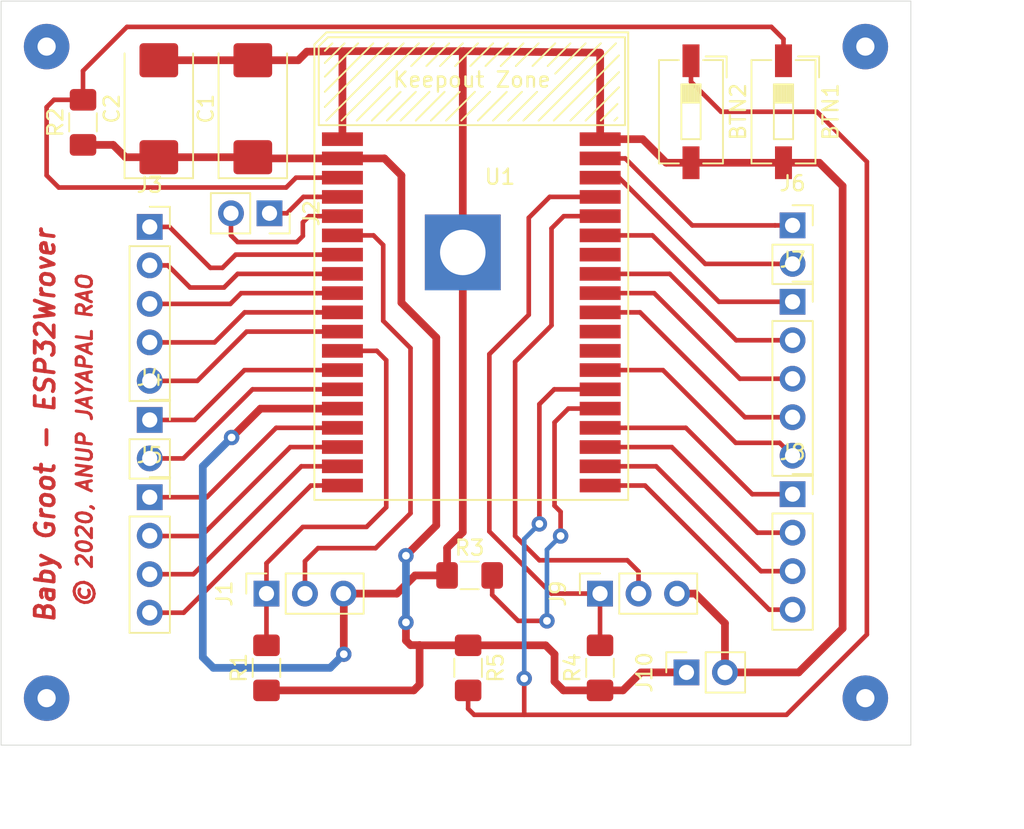
<source format=kicad_pcb>
(kicad_pcb (version 20171130) (host pcbnew 5.1.5)

  (general
    (thickness 1.6)
    (drawings 10)
    (tracks 244)
    (zones 0)
    (modules 20)
    (nets 37)
  )

  (page A4)
  (layers
    (0 F.Cu signal)
    (31 B.Cu signal)
    (32 B.Adhes user)
    (33 F.Adhes user)
    (34 B.Paste user)
    (35 F.Paste user)
    (36 B.SilkS user)
    (37 F.SilkS user)
    (38 B.Mask user)
    (39 F.Mask user)
    (40 Dwgs.User user)
    (41 Cmts.User user)
    (42 Eco1.User user)
    (43 Eco2.User user)
    (44 Edge.Cuts user)
    (45 Margin user)
    (46 B.CrtYd user)
    (47 F.CrtYd user)
    (48 B.Fab user)
    (49 F.Fab user)
  )

  (setup
    (last_trace_width 0.25)
    (user_trace_width 0.254)
    (user_trace_width 0.3048)
    (user_trace_width 0.3556)
    (user_trace_width 0.4064)
    (user_trace_width 0.4572)
    (user_trace_width 0.508)
    (trace_clearance 0.2)
    (zone_clearance 0.508)
    (zone_45_only no)
    (trace_min 0.2)
    (via_size 0.8)
    (via_drill 0.4)
    (via_min_size 0.4)
    (via_min_drill 0.3)
    (user_via 0.8128 0.4064)
    (user_via 0.9144 0.4572)
    (user_via 1.016 0.508)
    (uvia_size 0.3)
    (uvia_drill 0.1)
    (uvias_allowed no)
    (uvia_min_size 0.2)
    (uvia_min_drill 0.1)
    (edge_width 0.05)
    (segment_width 0.2)
    (pcb_text_width 0.3)
    (pcb_text_size 1.5 1.5)
    (mod_edge_width 0.12)
    (mod_text_size 1 1)
    (mod_text_width 0.15)
    (pad_size 1.524 1.524)
    (pad_drill 0.762)
    (pad_to_mask_clearance 0.05334)
    (solder_mask_min_width 0.254)
    (aux_axis_origin 0 0)
    (visible_elements FFFFFF7F)
    (pcbplotparams
      (layerselection 0x010fc_ffffffff)
      (usegerberextensions false)
      (usegerberattributes false)
      (usegerberadvancedattributes false)
      (creategerberjobfile false)
      (excludeedgelayer true)
      (linewidth 0.100000)
      (plotframeref false)
      (viasonmask false)
      (mode 1)
      (useauxorigin false)
      (hpglpennumber 1)
      (hpglpenspeed 20)
      (hpglpendiameter 15.000000)
      (psnegative false)
      (psa4output false)
      (plotreference true)
      (plotvalue true)
      (plotinvisibletext false)
      (padsonsilk false)
      (subtractmaskfromsilk false)
      (outputformat 1)
      (mirror false)
      (drillshape 1)
      (scaleselection 1)
      (outputdirectory ""))
  )

  (net 0 "")
  (net 1 "Net-(BTN1-Pad1)")
  (net 2 GND)
  (net 3 "Net-(BTN2-Pad1)")
  (net 4 VCC)
  (net 5 "Net-(J1-Pad1)")
  (net 6 "Net-(J1-Pad2)")
  (net 7 "Net-(J2-Pad1)")
  (net 8 "Net-(J2-Pad2)")
  (net 9 "Net-(J3-Pad5)")
  (net 10 "Net-(J3-Pad4)")
  (net 11 "Net-(J3-Pad3)")
  (net 12 "Net-(J3-Pad2)")
  (net 13 "Net-(J3-Pad1)")
  (net 14 "Net-(J4-Pad2)")
  (net 15 "Net-(J4-Pad1)")
  (net 16 "Net-(J5-Pad1)")
  (net 17 "Net-(J5-Pad2)")
  (net 18 "Net-(J5-Pad3)")
  (net 19 "Net-(J5-Pad4)")
  (net 20 "Net-(J6-Pad1)")
  (net 21 "Net-(J6-Pad2)")
  (net 22 "Net-(J7-Pad1)")
  (net 23 "Net-(J7-Pad2)")
  (net 24 "Net-(J7-Pad3)")
  (net 25 "Net-(J7-Pad4)")
  (net 26 "Net-(J7-Pad5)")
  (net 27 "Net-(J8-Pad4)")
  (net 28 "Net-(J8-Pad3)")
  (net 29 "Net-(J8-Pad2)")
  (net 30 "Net-(J8-Pad1)")
  (net 31 "Net-(J9-Pad2)")
  (net 32 "Net-(J9-Pad1)")
  (net 33 "Net-(R3-Pad2)")
  (net 34 "Net-(U1-Pad27)")
  (net 35 "Net-(U1-Pad28)")
  (net 36 "Net-(U1-Pad32)")

  (net_class Default "This is the default net class."
    (clearance 0.2)
    (trace_width 0.25)
    (via_dia 0.8)
    (via_drill 0.4)
    (uvia_dia 0.3)
    (uvia_drill 0.1)
    (add_net GND)
    (add_net "Net-(BTN1-Pad1)")
    (add_net "Net-(BTN2-Pad1)")
    (add_net "Net-(J1-Pad1)")
    (add_net "Net-(J1-Pad2)")
    (add_net "Net-(J2-Pad1)")
    (add_net "Net-(J2-Pad2)")
    (add_net "Net-(J3-Pad1)")
    (add_net "Net-(J3-Pad2)")
    (add_net "Net-(J3-Pad3)")
    (add_net "Net-(J3-Pad4)")
    (add_net "Net-(J3-Pad5)")
    (add_net "Net-(J4-Pad1)")
    (add_net "Net-(J4-Pad2)")
    (add_net "Net-(J5-Pad1)")
    (add_net "Net-(J5-Pad2)")
    (add_net "Net-(J5-Pad3)")
    (add_net "Net-(J5-Pad4)")
    (add_net "Net-(J6-Pad1)")
    (add_net "Net-(J6-Pad2)")
    (add_net "Net-(J7-Pad1)")
    (add_net "Net-(J7-Pad2)")
    (add_net "Net-(J7-Pad3)")
    (add_net "Net-(J7-Pad4)")
    (add_net "Net-(J7-Pad5)")
    (add_net "Net-(J8-Pad1)")
    (add_net "Net-(J8-Pad2)")
    (add_net "Net-(J8-Pad3)")
    (add_net "Net-(J8-Pad4)")
    (add_net "Net-(J9-Pad1)")
    (add_net "Net-(J9-Pad2)")
    (add_net "Net-(R3-Pad2)")
    (add_net "Net-(U1-Pad27)")
    (add_net "Net-(U1-Pad28)")
    (add_net "Net-(U1-Pad32)")
    (add_net VCC)
  )

  (net_class my10 ""
    (clearance 0.2032)
    (trace_width 0.254)
    (via_dia 0.8128)
    (via_drill 0.4064)
    (uvia_dia 0.3048)
    (uvia_drill 0.1016)
    (diff_pair_width 0.2032)
    (diff_pair_gap 0.254)
  )

  (net_class my12 ""
    (clearance 0.2032)
    (trace_width 0.3048)
    (via_dia 0.8128)
    (via_drill 0.4064)
    (uvia_dia 0.3048)
    (uvia_drill 0.1016)
    (diff_pair_width 0.2032)
    (diff_pair_gap 0.254)
  )

  (net_class my14 ""
    (clearance 0.254)
    (trace_width 0.3556)
    (via_dia 0.9144)
    (via_drill 0.4064)
    (uvia_dia 0.3556)
    (uvia_drill 0.1016)
    (diff_pair_width 0.2032)
    (diff_pair_gap 0.254)
  )

  (net_class my16 ""
    (clearance 0.254)
    (trace_width 0.4064)
    (via_dia 0.9144)
    (via_drill 0.4064)
    (uvia_dia 0.3556)
    (uvia_drill 0.1016)
    (diff_pair_width 0.2032)
    (diff_pair_gap 0.254)
  )

  (module Button_Switch_SMD:SW_DIP_SPSTx01_Slide_6.7x4.1mm_W6.73mm_P2.54mm_LowProfile_JPin (layer F.Cu) (tedit 5A4E1404) (tstamp 5E35BD0A)
    (at 151.6 85.3 270)
    (descr "SMD 1x-dip-switch SPST , Slide, row spacing 6.73 mm (264 mils), body size 6.7x4.1mm (see e.g. https://www.ctscorp.com/wp-content/uploads/219.pdf), SMD, LowProfile, JPin")
    (tags "SMD DIP Switch SPST Slide 6.73mm 264mil SMD LowProfile JPin")
    (path /5E35EC25)
    (attr smd)
    (fp_text reference BTN1 (at 0 -3.11 90) (layer F.SilkS)
      (effects (font (size 1 1) (thickness 0.15)))
    )
    (fp_text value BTN_EN (at 0 3.11 90) (layer F.Fab)
      (effects (font (size 1 1) (thickness 0.15)))
    )
    (fp_line (start -2.35 -2.05) (end 3.35 -2.05) (layer F.Fab) (width 0.1))
    (fp_line (start 3.35 -2.05) (end 3.35 2.05) (layer F.Fab) (width 0.1))
    (fp_line (start 3.35 2.05) (end -3.35 2.05) (layer F.Fab) (width 0.1))
    (fp_line (start -3.35 2.05) (end -3.35 -1.05) (layer F.Fab) (width 0.1))
    (fp_line (start -3.35 -1.05) (end -2.35 -2.05) (layer F.Fab) (width 0.1))
    (fp_line (start -1.81 -0.635) (end -1.81 0.635) (layer F.Fab) (width 0.1))
    (fp_line (start -1.81 0.635) (end 1.81 0.635) (layer F.Fab) (width 0.1))
    (fp_line (start 1.81 0.635) (end 1.81 -0.635) (layer F.Fab) (width 0.1))
    (fp_line (start 1.81 -0.635) (end -1.81 -0.635) (layer F.Fab) (width 0.1))
    (fp_line (start -1.81 -0.535) (end -0.603333 -0.535) (layer F.Fab) (width 0.1))
    (fp_line (start -1.81 -0.435) (end -0.603333 -0.435) (layer F.Fab) (width 0.1))
    (fp_line (start -1.81 -0.335) (end -0.603333 -0.335) (layer F.Fab) (width 0.1))
    (fp_line (start -1.81 -0.235) (end -0.603333 -0.235) (layer F.Fab) (width 0.1))
    (fp_line (start -1.81 -0.135) (end -0.603333 -0.135) (layer F.Fab) (width 0.1))
    (fp_line (start -1.81 -0.035) (end -0.603333 -0.035) (layer F.Fab) (width 0.1))
    (fp_line (start -1.81 0.065) (end -0.603333 0.065) (layer F.Fab) (width 0.1))
    (fp_line (start -1.81 0.165) (end -0.603333 0.165) (layer F.Fab) (width 0.1))
    (fp_line (start -1.81 0.265) (end -0.603333 0.265) (layer F.Fab) (width 0.1))
    (fp_line (start -1.81 0.365) (end -0.603333 0.365) (layer F.Fab) (width 0.1))
    (fp_line (start -1.81 0.465) (end -0.603333 0.465) (layer F.Fab) (width 0.1))
    (fp_line (start -1.81 0.565) (end -0.603333 0.565) (layer F.Fab) (width 0.1))
    (fp_line (start -0.603333 -0.635) (end -0.603333 0.635) (layer F.Fab) (width 0.1))
    (fp_line (start -3.41 -2.11) (end 3.41 -2.11) (layer F.SilkS) (width 0.12))
    (fp_line (start -3.41 2.11) (end 3.41 2.11) (layer F.SilkS) (width 0.12))
    (fp_line (start -3.41 -2.11) (end -3.41 -0.8) (layer F.SilkS) (width 0.12))
    (fp_line (start -3.41 0.8) (end -3.41 2.11) (layer F.SilkS) (width 0.12))
    (fp_line (start 3.41 -2.11) (end 3.41 -0.8) (layer F.SilkS) (width 0.12))
    (fp_line (start 3.41 0.8) (end 3.41 2.11) (layer F.SilkS) (width 0.12))
    (fp_line (start -3.65 -2.35) (end -2.267 -2.35) (layer F.SilkS) (width 0.12))
    (fp_line (start -3.65 -2.35) (end -3.65 -0.967) (layer F.SilkS) (width 0.12))
    (fp_line (start -1.81 -0.635) (end -1.81 0.635) (layer F.SilkS) (width 0.12))
    (fp_line (start -1.81 0.635) (end 1.81 0.635) (layer F.SilkS) (width 0.12))
    (fp_line (start 1.81 0.635) (end 1.81 -0.635) (layer F.SilkS) (width 0.12))
    (fp_line (start 1.81 -0.635) (end -1.81 -0.635) (layer F.SilkS) (width 0.12))
    (fp_line (start -1.81 -0.515) (end -0.603333 -0.515) (layer F.SilkS) (width 0.12))
    (fp_line (start -1.81 -0.395) (end -0.603333 -0.395) (layer F.SilkS) (width 0.12))
    (fp_line (start -1.81 -0.275) (end -0.603333 -0.275) (layer F.SilkS) (width 0.12))
    (fp_line (start -1.81 -0.155) (end -0.603333 -0.155) (layer F.SilkS) (width 0.12))
    (fp_line (start -1.81 -0.035) (end -0.603333 -0.035) (layer F.SilkS) (width 0.12))
    (fp_line (start -1.81 0.085) (end -0.603333 0.085) (layer F.SilkS) (width 0.12))
    (fp_line (start -1.81 0.205) (end -0.603333 0.205) (layer F.SilkS) (width 0.12))
    (fp_line (start -1.81 0.325) (end -0.603333 0.325) (layer F.SilkS) (width 0.12))
    (fp_line (start -1.81 0.445) (end -0.603333 0.445) (layer F.SilkS) (width 0.12))
    (fp_line (start -1.81 0.565) (end -0.603333 0.565) (layer F.SilkS) (width 0.12))
    (fp_line (start -0.603333 -0.635) (end -0.603333 0.635) (layer F.SilkS) (width 0.12))
    (fp_line (start -4.7 -2.4) (end -4.7 2.4) (layer F.CrtYd) (width 0.05))
    (fp_line (start -4.7 2.4) (end 4.7 2.4) (layer F.CrtYd) (width 0.05))
    (fp_line (start 4.7 2.4) (end 4.7 -2.4) (layer F.CrtYd) (width 0.05))
    (fp_line (start 4.7 -2.4) (end -4.7 -2.4) (layer F.CrtYd) (width 0.05))
    (fp_text user %R (at 2.58 0) (layer F.Fab)
      (effects (font (size 0.6 0.6) (thickness 0.09)))
    )
    (fp_text user on (at 0.8975 -1.3425 90) (layer F.Fab)
      (effects (font (size 0.6 0.6) (thickness 0.09)))
    )
    (pad 1 smd rect (at -3.365 0 270) (size 2.16 1.12) (layers F.Cu F.Paste F.Mask)
      (net 1 "Net-(BTN1-Pad1)"))
    (pad 2 smd rect (at 3.365 0 270) (size 2.16 1.12) (layers F.Cu F.Paste F.Mask)
      (net 2 GND))
    (model ${KISYS3DMOD}/Button_Switch_SMD.3dshapes/SW_DIP_SPSTx01_Slide_6.7x4.1mm_W6.73mm_P2.54mm_LowProfile_JPin.wrl
      (at (xyz 0 0 0))
      (scale (xyz 1 1 1))
      (rotate (xyz 0 0 90))
    )
  )

  (module Button_Switch_SMD:SW_DIP_SPSTx01_Slide_6.7x4.1mm_W6.73mm_P2.54mm_LowProfile_JPin (layer F.Cu) (tedit 5A4E1404) (tstamp 5E35BD43)
    (at 145.5 85.3 270)
    (descr "SMD 1x-dip-switch SPST , Slide, row spacing 6.73 mm (264 mils), body size 6.7x4.1mm (see e.g. https://www.ctscorp.com/wp-content/uploads/219.pdf), SMD, LowProfile, JPin")
    (tags "SMD DIP Switch SPST Slide 6.73mm 264mil SMD LowProfile JPin")
    (path /5E3CB9C9)
    (attr smd)
    (fp_text reference BTN2 (at 0 -3.11 90) (layer F.SilkS)
      (effects (font (size 1 1) (thickness 0.15)))
    )
    (fp_text value BTN_FLASH (at 0 3.11 90) (layer F.Fab)
      (effects (font (size 1 1) (thickness 0.15)))
    )
    (fp_text user on (at 0.8975 -1.3425 90) (layer F.Fab)
      (effects (font (size 0.6 0.6) (thickness 0.09)))
    )
    (fp_text user %R (at 2.58 0) (layer F.Fab)
      (effects (font (size 0.6 0.6) (thickness 0.09)))
    )
    (fp_line (start 4.7 -2.4) (end -4.7 -2.4) (layer F.CrtYd) (width 0.05))
    (fp_line (start 4.7 2.4) (end 4.7 -2.4) (layer F.CrtYd) (width 0.05))
    (fp_line (start -4.7 2.4) (end 4.7 2.4) (layer F.CrtYd) (width 0.05))
    (fp_line (start -4.7 -2.4) (end -4.7 2.4) (layer F.CrtYd) (width 0.05))
    (fp_line (start -0.603333 -0.635) (end -0.603333 0.635) (layer F.SilkS) (width 0.12))
    (fp_line (start -1.81 0.565) (end -0.603333 0.565) (layer F.SilkS) (width 0.12))
    (fp_line (start -1.81 0.445) (end -0.603333 0.445) (layer F.SilkS) (width 0.12))
    (fp_line (start -1.81 0.325) (end -0.603333 0.325) (layer F.SilkS) (width 0.12))
    (fp_line (start -1.81 0.205) (end -0.603333 0.205) (layer F.SilkS) (width 0.12))
    (fp_line (start -1.81 0.085) (end -0.603333 0.085) (layer F.SilkS) (width 0.12))
    (fp_line (start -1.81 -0.035) (end -0.603333 -0.035) (layer F.SilkS) (width 0.12))
    (fp_line (start -1.81 -0.155) (end -0.603333 -0.155) (layer F.SilkS) (width 0.12))
    (fp_line (start -1.81 -0.275) (end -0.603333 -0.275) (layer F.SilkS) (width 0.12))
    (fp_line (start -1.81 -0.395) (end -0.603333 -0.395) (layer F.SilkS) (width 0.12))
    (fp_line (start -1.81 -0.515) (end -0.603333 -0.515) (layer F.SilkS) (width 0.12))
    (fp_line (start 1.81 -0.635) (end -1.81 -0.635) (layer F.SilkS) (width 0.12))
    (fp_line (start 1.81 0.635) (end 1.81 -0.635) (layer F.SilkS) (width 0.12))
    (fp_line (start -1.81 0.635) (end 1.81 0.635) (layer F.SilkS) (width 0.12))
    (fp_line (start -1.81 -0.635) (end -1.81 0.635) (layer F.SilkS) (width 0.12))
    (fp_line (start -3.65 -2.35) (end -3.65 -0.967) (layer F.SilkS) (width 0.12))
    (fp_line (start -3.65 -2.35) (end -2.267 -2.35) (layer F.SilkS) (width 0.12))
    (fp_line (start 3.41 0.8) (end 3.41 2.11) (layer F.SilkS) (width 0.12))
    (fp_line (start 3.41 -2.11) (end 3.41 -0.8) (layer F.SilkS) (width 0.12))
    (fp_line (start -3.41 0.8) (end -3.41 2.11) (layer F.SilkS) (width 0.12))
    (fp_line (start -3.41 -2.11) (end -3.41 -0.8) (layer F.SilkS) (width 0.12))
    (fp_line (start -3.41 2.11) (end 3.41 2.11) (layer F.SilkS) (width 0.12))
    (fp_line (start -3.41 -2.11) (end 3.41 -2.11) (layer F.SilkS) (width 0.12))
    (fp_line (start -0.603333 -0.635) (end -0.603333 0.635) (layer F.Fab) (width 0.1))
    (fp_line (start -1.81 0.565) (end -0.603333 0.565) (layer F.Fab) (width 0.1))
    (fp_line (start -1.81 0.465) (end -0.603333 0.465) (layer F.Fab) (width 0.1))
    (fp_line (start -1.81 0.365) (end -0.603333 0.365) (layer F.Fab) (width 0.1))
    (fp_line (start -1.81 0.265) (end -0.603333 0.265) (layer F.Fab) (width 0.1))
    (fp_line (start -1.81 0.165) (end -0.603333 0.165) (layer F.Fab) (width 0.1))
    (fp_line (start -1.81 0.065) (end -0.603333 0.065) (layer F.Fab) (width 0.1))
    (fp_line (start -1.81 -0.035) (end -0.603333 -0.035) (layer F.Fab) (width 0.1))
    (fp_line (start -1.81 -0.135) (end -0.603333 -0.135) (layer F.Fab) (width 0.1))
    (fp_line (start -1.81 -0.235) (end -0.603333 -0.235) (layer F.Fab) (width 0.1))
    (fp_line (start -1.81 -0.335) (end -0.603333 -0.335) (layer F.Fab) (width 0.1))
    (fp_line (start -1.81 -0.435) (end -0.603333 -0.435) (layer F.Fab) (width 0.1))
    (fp_line (start -1.81 -0.535) (end -0.603333 -0.535) (layer F.Fab) (width 0.1))
    (fp_line (start 1.81 -0.635) (end -1.81 -0.635) (layer F.Fab) (width 0.1))
    (fp_line (start 1.81 0.635) (end 1.81 -0.635) (layer F.Fab) (width 0.1))
    (fp_line (start -1.81 0.635) (end 1.81 0.635) (layer F.Fab) (width 0.1))
    (fp_line (start -1.81 -0.635) (end -1.81 0.635) (layer F.Fab) (width 0.1))
    (fp_line (start -3.35 -1.05) (end -2.35 -2.05) (layer F.Fab) (width 0.1))
    (fp_line (start -3.35 2.05) (end -3.35 -1.05) (layer F.Fab) (width 0.1))
    (fp_line (start 3.35 2.05) (end -3.35 2.05) (layer F.Fab) (width 0.1))
    (fp_line (start 3.35 -2.05) (end 3.35 2.05) (layer F.Fab) (width 0.1))
    (fp_line (start -2.35 -2.05) (end 3.35 -2.05) (layer F.Fab) (width 0.1))
    (pad 2 smd rect (at 3.365 0 270) (size 2.16 1.12) (layers F.Cu F.Paste F.Mask)
      (net 2 GND))
    (pad 1 smd rect (at -3.365 0 270) (size 2.16 1.12) (layers F.Cu F.Paste F.Mask)
      (net 3 "Net-(BTN2-Pad1)"))
    (model ${KISYS3DMOD}/Button_Switch_SMD.3dshapes/SW_DIP_SPSTx01_Slide_6.7x4.1mm_W6.73mm_P2.54mm_LowProfile_JPin.wrl
      (at (xyz 0 0 0))
      (scale (xyz 1 1 1))
      (rotate (xyz 0 0 90))
    )
  )

  (module Capacitor_Tantalum_SMD:CP_EIA-7343-15_Kemet-W_Pad2.25x2.55mm_HandSolder (layer F.Cu) (tedit 5B301BBE) (tstamp 5E35BD56)
    (at 116.6 85.1 90)
    (descr "Tantalum Capacitor SMD Kemet-W (7343-15 Metric), IPC_7351 nominal, (Body size from: http://www.kemet.com/Lists/ProductCatalog/Attachments/253/KEM_TC101_STD.pdf), generated with kicad-footprint-generator")
    (tags "capacitor tantalum")
    (path /5E359ED2)
    (attr smd)
    (fp_text reference C1 (at 0 -3.1 90) (layer F.SilkS)
      (effects (font (size 1 1) (thickness 0.15)))
    )
    (fp_text value 100uf (at 0 3.1 90) (layer F.Fab)
      (effects (font (size 1 1) (thickness 0.15)))
    )
    (fp_line (start 3.65 -2.15) (end -2.65 -2.15) (layer F.Fab) (width 0.1))
    (fp_line (start -2.65 -2.15) (end -3.65 -1.15) (layer F.Fab) (width 0.1))
    (fp_line (start -3.65 -1.15) (end -3.65 2.15) (layer F.Fab) (width 0.1))
    (fp_line (start -3.65 2.15) (end 3.65 2.15) (layer F.Fab) (width 0.1))
    (fp_line (start 3.65 2.15) (end 3.65 -2.15) (layer F.Fab) (width 0.1))
    (fp_line (start 3.65 -2.26) (end -4.585 -2.26) (layer F.SilkS) (width 0.12))
    (fp_line (start -4.585 -2.26) (end -4.585 2.26) (layer F.SilkS) (width 0.12))
    (fp_line (start -4.585 2.26) (end 3.65 2.26) (layer F.SilkS) (width 0.12))
    (fp_line (start -4.58 2.4) (end -4.58 -2.4) (layer F.CrtYd) (width 0.05))
    (fp_line (start -4.58 -2.4) (end 4.58 -2.4) (layer F.CrtYd) (width 0.05))
    (fp_line (start 4.58 -2.4) (end 4.58 2.4) (layer F.CrtYd) (width 0.05))
    (fp_line (start 4.58 2.4) (end -4.58 2.4) (layer F.CrtYd) (width 0.05))
    (fp_text user %R (at 0 0 90) (layer F.Fab)
      (effects (font (size 1 1) (thickness 0.15)))
    )
    (pad 1 smd roundrect (at -3.2 0 90) (size 2.25 2.55) (layers F.Cu F.Paste F.Mask) (roundrect_rratio 0.111111)
      (net 4 VCC))
    (pad 2 smd roundrect (at 3.2 0 90) (size 2.25 2.55) (layers F.Cu F.Paste F.Mask) (roundrect_rratio 0.111111)
      (net 2 GND))
    (model ${KISYS3DMOD}/Capacitor_Tantalum_SMD.3dshapes/CP_EIA-7343-15_Kemet-W.wrl
      (at (xyz 0 0 0))
      (scale (xyz 1 1 1))
      (rotate (xyz 0 0 0))
    )
  )

  (module Capacitor_Tantalum_SMD:CP_EIA-7343-15_Kemet-W_Pad2.25x2.55mm_HandSolder (layer F.Cu) (tedit 5B301BBE) (tstamp 5E35BD69)
    (at 110.4 85.1 90)
    (descr "Tantalum Capacitor SMD Kemet-W (7343-15 Metric), IPC_7351 nominal, (Body size from: http://www.kemet.com/Lists/ProductCatalog/Attachments/253/KEM_TC101_STD.pdf), generated with kicad-footprint-generator")
    (tags "capacitor tantalum")
    (path /5E35938C)
    (attr smd)
    (fp_text reference C2 (at 0 -3.1 90) (layer F.SilkS)
      (effects (font (size 1 1) (thickness 0.15)))
    )
    (fp_text value 200uf (at 0 3.1 90) (layer F.Fab)
      (effects (font (size 1 1) (thickness 0.15)))
    )
    (fp_text user %R (at 0 0 90) (layer F.Fab)
      (effects (font (size 1 1) (thickness 0.15)))
    )
    (fp_line (start 4.58 2.4) (end -4.58 2.4) (layer F.CrtYd) (width 0.05))
    (fp_line (start 4.58 -2.4) (end 4.58 2.4) (layer F.CrtYd) (width 0.05))
    (fp_line (start -4.58 -2.4) (end 4.58 -2.4) (layer F.CrtYd) (width 0.05))
    (fp_line (start -4.58 2.4) (end -4.58 -2.4) (layer F.CrtYd) (width 0.05))
    (fp_line (start -4.585 2.26) (end 3.65 2.26) (layer F.SilkS) (width 0.12))
    (fp_line (start -4.585 -2.26) (end -4.585 2.26) (layer F.SilkS) (width 0.12))
    (fp_line (start 3.65 -2.26) (end -4.585 -2.26) (layer F.SilkS) (width 0.12))
    (fp_line (start 3.65 2.15) (end 3.65 -2.15) (layer F.Fab) (width 0.1))
    (fp_line (start -3.65 2.15) (end 3.65 2.15) (layer F.Fab) (width 0.1))
    (fp_line (start -3.65 -1.15) (end -3.65 2.15) (layer F.Fab) (width 0.1))
    (fp_line (start -2.65 -2.15) (end -3.65 -1.15) (layer F.Fab) (width 0.1))
    (fp_line (start 3.65 -2.15) (end -2.65 -2.15) (layer F.Fab) (width 0.1))
    (pad 2 smd roundrect (at 3.2 0 90) (size 2.25 2.55) (layers F.Cu F.Paste F.Mask) (roundrect_rratio 0.111111)
      (net 2 GND))
    (pad 1 smd roundrect (at -3.2 0 90) (size 2.25 2.55) (layers F.Cu F.Paste F.Mask) (roundrect_rratio 0.111111)
      (net 4 VCC))
    (model ${KISYS3DMOD}/Capacitor_Tantalum_SMD.3dshapes/CP_EIA-7343-15_Kemet-W.wrl
      (at (xyz 0 0 0))
      (scale (xyz 1 1 1))
      (rotate (xyz 0 0 0))
    )
  )

  (module Connector_PinSocket_2.54mm:PinSocket_1x03_P2.54mm_Vertical (layer F.Cu) (tedit 5A19A429) (tstamp 5E35E5DB)
    (at 117.5 117.1 90)
    (descr "Through hole straight socket strip, 1x03, 2.54mm pitch, single row (from Kicad 4.0.7), script generated")
    (tags "Through hole socket strip THT 1x03 2.54mm single row")
    (path /5E3A7991)
    (fp_text reference J1 (at 0 -2.77 90) (layer F.SilkS)
      (effects (font (size 1 1) (thickness 0.15)))
    )
    (fp_text value UART2 (at 0 7.85 90) (layer F.Fab)
      (effects (font (size 1 1) (thickness 0.15)))
    )
    (fp_line (start -1.27 -1.27) (end 0.635 -1.27) (layer F.Fab) (width 0.1))
    (fp_line (start 0.635 -1.27) (end 1.27 -0.635) (layer F.Fab) (width 0.1))
    (fp_line (start 1.27 -0.635) (end 1.27 6.35) (layer F.Fab) (width 0.1))
    (fp_line (start 1.27 6.35) (end -1.27 6.35) (layer F.Fab) (width 0.1))
    (fp_line (start -1.27 6.35) (end -1.27 -1.27) (layer F.Fab) (width 0.1))
    (fp_line (start -1.33 1.27) (end 1.33 1.27) (layer F.SilkS) (width 0.12))
    (fp_line (start -1.33 1.27) (end -1.33 6.41) (layer F.SilkS) (width 0.12))
    (fp_line (start -1.33 6.41) (end 1.33 6.41) (layer F.SilkS) (width 0.12))
    (fp_line (start 1.33 1.27) (end 1.33 6.41) (layer F.SilkS) (width 0.12))
    (fp_line (start 1.33 -1.33) (end 1.33 0) (layer F.SilkS) (width 0.12))
    (fp_line (start 0 -1.33) (end 1.33 -1.33) (layer F.SilkS) (width 0.12))
    (fp_line (start -1.8 -1.8) (end 1.75 -1.8) (layer F.CrtYd) (width 0.05))
    (fp_line (start 1.75 -1.8) (end 1.75 6.85) (layer F.CrtYd) (width 0.05))
    (fp_line (start 1.75 6.85) (end -1.8 6.85) (layer F.CrtYd) (width 0.05))
    (fp_line (start -1.8 6.85) (end -1.8 -1.8) (layer F.CrtYd) (width 0.05))
    (fp_text user %R (at 0 2.54) (layer F.Fab)
      (effects (font (size 1 1) (thickness 0.15)))
    )
    (pad 1 thru_hole rect (at 0 0 90) (size 1.7 1.7) (drill 1) (layers *.Cu *.Mask)
      (net 5 "Net-(J1-Pad1)"))
    (pad 2 thru_hole oval (at 0 2.54 90) (size 1.7 1.7) (drill 1) (layers *.Cu *.Mask)
      (net 6 "Net-(J1-Pad2)"))
    (pad 3 thru_hole oval (at 0 5.08 90) (size 1.7 1.7) (drill 1) (layers *.Cu *.Mask)
      (net 2 GND))
    (model ${KISYS3DMOD}/Connector_PinSocket_2.54mm.3dshapes/PinSocket_1x03_P2.54mm_Vertical.wrl
      (at (xyz 0 0 0))
      (scale (xyz 1 1 1))
      (rotate (xyz 0 0 0))
    )
  )

  (module Connector_PinSocket_2.54mm:PinSocket_1x02_P2.54mm_Vertical (layer F.Cu) (tedit 5A19A420) (tstamp 5E35BD96)
    (at 117.7 92 270)
    (descr "Through hole straight socket strip, 1x02, 2.54mm pitch, single row (from Kicad 4.0.7), script generated")
    (tags "Through hole socket strip THT 1x02 2.54mm single row")
    (path /5E3FC9F0)
    (fp_text reference J2 (at 0 -2.77 90) (layer F.SilkS)
      (effects (font (size 1 1) (thickness 0.15)))
    )
    (fp_text value Conn (at 0 5.31 90) (layer F.Fab)
      (effects (font (size 1 1) (thickness 0.15)))
    )
    (fp_line (start -1.27 -1.27) (end 0.635 -1.27) (layer F.Fab) (width 0.1))
    (fp_line (start 0.635 -1.27) (end 1.27 -0.635) (layer F.Fab) (width 0.1))
    (fp_line (start 1.27 -0.635) (end 1.27 3.81) (layer F.Fab) (width 0.1))
    (fp_line (start 1.27 3.81) (end -1.27 3.81) (layer F.Fab) (width 0.1))
    (fp_line (start -1.27 3.81) (end -1.27 -1.27) (layer F.Fab) (width 0.1))
    (fp_line (start -1.33 1.27) (end 1.33 1.27) (layer F.SilkS) (width 0.12))
    (fp_line (start -1.33 1.27) (end -1.33 3.87) (layer F.SilkS) (width 0.12))
    (fp_line (start -1.33 3.87) (end 1.33 3.87) (layer F.SilkS) (width 0.12))
    (fp_line (start 1.33 1.27) (end 1.33 3.87) (layer F.SilkS) (width 0.12))
    (fp_line (start 1.33 -1.33) (end 1.33 0) (layer F.SilkS) (width 0.12))
    (fp_line (start 0 -1.33) (end 1.33 -1.33) (layer F.SilkS) (width 0.12))
    (fp_line (start -1.8 -1.8) (end 1.75 -1.8) (layer F.CrtYd) (width 0.05))
    (fp_line (start 1.75 -1.8) (end 1.75 4.3) (layer F.CrtYd) (width 0.05))
    (fp_line (start 1.75 4.3) (end -1.8 4.3) (layer F.CrtYd) (width 0.05))
    (fp_line (start -1.8 4.3) (end -1.8 -1.8) (layer F.CrtYd) (width 0.05))
    (fp_text user %R (at 0 1.27) (layer F.Fab)
      (effects (font (size 1 1) (thickness 0.15)))
    )
    (pad 1 thru_hole rect (at 0 0 270) (size 1.7 1.7) (drill 1) (layers *.Cu *.Mask)
      (net 7 "Net-(J2-Pad1)"))
    (pad 2 thru_hole oval (at 0 2.54 270) (size 1.7 1.7) (drill 1) (layers *.Cu *.Mask)
      (net 8 "Net-(J2-Pad2)"))
    (model ${KISYS3DMOD}/Connector_PinSocket_2.54mm.3dshapes/PinSocket_1x02_P2.54mm_Vertical.wrl
      (at (xyz 0 0 0))
      (scale (xyz 1 1 1))
      (rotate (xyz 0 0 0))
    )
  )

  (module Connector_PinSocket_2.54mm:PinSocket_1x05_P2.54mm_Vertical (layer F.Cu) (tedit 5A19A420) (tstamp 5E35BDAF)
    (at 109.8 92.9)
    (descr "Through hole straight socket strip, 1x05, 2.54mm pitch, single row (from Kicad 4.0.7), script generated")
    (tags "Through hole socket strip THT 1x05 2.54mm single row")
    (path /5E4005C4)
    (fp_text reference J3 (at 0 -2.77) (layer F.SilkS)
      (effects (font (size 1 1) (thickness 0.15)))
    )
    (fp_text value Conn (at 0 12.93) (layer F.Fab)
      (effects (font (size 1 1) (thickness 0.15)))
    )
    (fp_text user %R (at 0 5.08 90) (layer F.Fab)
      (effects (font (size 1 1) (thickness 0.15)))
    )
    (fp_line (start -1.8 11.9) (end -1.8 -1.8) (layer F.CrtYd) (width 0.05))
    (fp_line (start 1.75 11.9) (end -1.8 11.9) (layer F.CrtYd) (width 0.05))
    (fp_line (start 1.75 -1.8) (end 1.75 11.9) (layer F.CrtYd) (width 0.05))
    (fp_line (start -1.8 -1.8) (end 1.75 -1.8) (layer F.CrtYd) (width 0.05))
    (fp_line (start 0 -1.33) (end 1.33 -1.33) (layer F.SilkS) (width 0.12))
    (fp_line (start 1.33 -1.33) (end 1.33 0) (layer F.SilkS) (width 0.12))
    (fp_line (start 1.33 1.27) (end 1.33 11.49) (layer F.SilkS) (width 0.12))
    (fp_line (start -1.33 11.49) (end 1.33 11.49) (layer F.SilkS) (width 0.12))
    (fp_line (start -1.33 1.27) (end -1.33 11.49) (layer F.SilkS) (width 0.12))
    (fp_line (start -1.33 1.27) (end 1.33 1.27) (layer F.SilkS) (width 0.12))
    (fp_line (start -1.27 11.43) (end -1.27 -1.27) (layer F.Fab) (width 0.1))
    (fp_line (start 1.27 11.43) (end -1.27 11.43) (layer F.Fab) (width 0.1))
    (fp_line (start 1.27 -0.635) (end 1.27 11.43) (layer F.Fab) (width 0.1))
    (fp_line (start 0.635 -1.27) (end 1.27 -0.635) (layer F.Fab) (width 0.1))
    (fp_line (start -1.27 -1.27) (end 0.635 -1.27) (layer F.Fab) (width 0.1))
    (pad 5 thru_hole oval (at 0 10.16) (size 1.7 1.7) (drill 1) (layers *.Cu *.Mask)
      (net 9 "Net-(J3-Pad5)"))
    (pad 4 thru_hole oval (at 0 7.62) (size 1.7 1.7) (drill 1) (layers *.Cu *.Mask)
      (net 10 "Net-(J3-Pad4)"))
    (pad 3 thru_hole oval (at 0 5.08) (size 1.7 1.7) (drill 1) (layers *.Cu *.Mask)
      (net 11 "Net-(J3-Pad3)"))
    (pad 2 thru_hole oval (at 0 2.54) (size 1.7 1.7) (drill 1) (layers *.Cu *.Mask)
      (net 12 "Net-(J3-Pad2)"))
    (pad 1 thru_hole rect (at 0 0) (size 1.7 1.7) (drill 1) (layers *.Cu *.Mask)
      (net 13 "Net-(J3-Pad1)"))
    (model ${KISYS3DMOD}/Connector_PinSocket_2.54mm.3dshapes/PinSocket_1x05_P2.54mm_Vertical.wrl
      (at (xyz 0 0 0))
      (scale (xyz 1 1 1))
      (rotate (xyz 0 0 0))
    )
  )

  (module Connector_PinSocket_2.54mm:PinSocket_1x02_P2.54mm_Vertical (layer F.Cu) (tedit 5A19A420) (tstamp 5E35DD3B)
    (at 109.8 105.64)
    (descr "Through hole straight socket strip, 1x02, 2.54mm pitch, single row (from Kicad 4.0.7), script generated")
    (tags "Through hole socket strip THT 1x02 2.54mm single row")
    (path /5E408527)
    (fp_text reference J4 (at 0 -2.77) (layer F.SilkS)
      (effects (font (size 1 1) (thickness 0.15)))
    )
    (fp_text value Conn (at 0 5.31) (layer F.Fab)
      (effects (font (size 1 1) (thickness 0.15)))
    )
    (fp_text user %R (at 0 1.27 90) (layer F.Fab)
      (effects (font (size 1 1) (thickness 0.15)))
    )
    (fp_line (start -1.8 4.3) (end -1.8 -1.8) (layer F.CrtYd) (width 0.05))
    (fp_line (start 1.75 4.3) (end -1.8 4.3) (layer F.CrtYd) (width 0.05))
    (fp_line (start 1.75 -1.8) (end 1.75 4.3) (layer F.CrtYd) (width 0.05))
    (fp_line (start -1.8 -1.8) (end 1.75 -1.8) (layer F.CrtYd) (width 0.05))
    (fp_line (start 0 -1.33) (end 1.33 -1.33) (layer F.SilkS) (width 0.12))
    (fp_line (start 1.33 -1.33) (end 1.33 0) (layer F.SilkS) (width 0.12))
    (fp_line (start 1.33 1.27) (end 1.33 3.87) (layer F.SilkS) (width 0.12))
    (fp_line (start -1.33 3.87) (end 1.33 3.87) (layer F.SilkS) (width 0.12))
    (fp_line (start -1.33 1.27) (end -1.33 3.87) (layer F.SilkS) (width 0.12))
    (fp_line (start -1.33 1.27) (end 1.33 1.27) (layer F.SilkS) (width 0.12))
    (fp_line (start -1.27 3.81) (end -1.27 -1.27) (layer F.Fab) (width 0.1))
    (fp_line (start 1.27 3.81) (end -1.27 3.81) (layer F.Fab) (width 0.1))
    (fp_line (start 1.27 -0.635) (end 1.27 3.81) (layer F.Fab) (width 0.1))
    (fp_line (start 0.635 -1.27) (end 1.27 -0.635) (layer F.Fab) (width 0.1))
    (fp_line (start -1.27 -1.27) (end 0.635 -1.27) (layer F.Fab) (width 0.1))
    (pad 2 thru_hole oval (at 0 2.54) (size 1.7 1.7) (drill 1) (layers *.Cu *.Mask)
      (net 14 "Net-(J4-Pad2)"))
    (pad 1 thru_hole rect (at 0 0) (size 1.7 1.7) (drill 1) (layers *.Cu *.Mask)
      (net 15 "Net-(J4-Pad1)"))
    (model ${KISYS3DMOD}/Connector_PinSocket_2.54mm.3dshapes/PinSocket_1x02_P2.54mm_Vertical.wrl
      (at (xyz 0 0 0))
      (scale (xyz 1 1 1))
      (rotate (xyz 0 0 0))
    )
  )

  (module Connector_PinSocket_2.54mm:PinSocket_1x04_P2.54mm_Vertical (layer F.Cu) (tedit 5A19A429) (tstamp 5E35DE63)
    (at 109.8 110.74)
    (descr "Through hole straight socket strip, 1x04, 2.54mm pitch, single row (from Kicad 4.0.7), script generated")
    (tags "Through hole socket strip THT 1x04 2.54mm single row")
    (path /5E40C71C)
    (fp_text reference J5 (at 0 -2.77) (layer F.SilkS)
      (effects (font (size 1 1) (thickness 0.15)))
    )
    (fp_text value Conn (at 0 10.39) (layer F.Fab)
      (effects (font (size 1 1) (thickness 0.15)))
    )
    (fp_line (start -1.27 -1.27) (end 0.635 -1.27) (layer F.Fab) (width 0.1))
    (fp_line (start 0.635 -1.27) (end 1.27 -0.635) (layer F.Fab) (width 0.1))
    (fp_line (start 1.27 -0.635) (end 1.27 8.89) (layer F.Fab) (width 0.1))
    (fp_line (start 1.27 8.89) (end -1.27 8.89) (layer F.Fab) (width 0.1))
    (fp_line (start -1.27 8.89) (end -1.27 -1.27) (layer F.Fab) (width 0.1))
    (fp_line (start -1.33 1.27) (end 1.33 1.27) (layer F.SilkS) (width 0.12))
    (fp_line (start -1.33 1.27) (end -1.33 8.95) (layer F.SilkS) (width 0.12))
    (fp_line (start -1.33 8.95) (end 1.33 8.95) (layer F.SilkS) (width 0.12))
    (fp_line (start 1.33 1.27) (end 1.33 8.95) (layer F.SilkS) (width 0.12))
    (fp_line (start 1.33 -1.33) (end 1.33 0) (layer F.SilkS) (width 0.12))
    (fp_line (start 0 -1.33) (end 1.33 -1.33) (layer F.SilkS) (width 0.12))
    (fp_line (start -1.8 -1.8) (end 1.75 -1.8) (layer F.CrtYd) (width 0.05))
    (fp_line (start 1.75 -1.8) (end 1.75 9.4) (layer F.CrtYd) (width 0.05))
    (fp_line (start 1.75 9.4) (end -1.8 9.4) (layer F.CrtYd) (width 0.05))
    (fp_line (start -1.8 9.4) (end -1.8 -1.8) (layer F.CrtYd) (width 0.05))
    (fp_text user %R (at 0 3.81 90) (layer F.Fab)
      (effects (font (size 1 1) (thickness 0.15)))
    )
    (pad 1 thru_hole rect (at 0 0) (size 1.7 1.7) (drill 1) (layers *.Cu *.Mask)
      (net 16 "Net-(J5-Pad1)"))
    (pad 2 thru_hole oval (at 0 2.54) (size 1.7 1.7) (drill 1) (layers *.Cu *.Mask)
      (net 17 "Net-(J5-Pad2)"))
    (pad 3 thru_hole oval (at 0 5.08) (size 1.7 1.7) (drill 1) (layers *.Cu *.Mask)
      (net 18 "Net-(J5-Pad3)"))
    (pad 4 thru_hole oval (at 0 7.62) (size 1.7 1.7) (drill 1) (layers *.Cu *.Mask)
      (net 19 "Net-(J5-Pad4)"))
    (model ${KISYS3DMOD}/Connector_PinSocket_2.54mm.3dshapes/PinSocket_1x04_P2.54mm_Vertical.wrl
      (at (xyz 0 0 0))
      (scale (xyz 1 1 1))
      (rotate (xyz 0 0 0))
    )
  )

  (module Connector_PinSocket_2.54mm:PinSocket_1x02_P2.54mm_Vertical (layer F.Cu) (tedit 5A19A420) (tstamp 5E35D63F)
    (at 152.2 92.8)
    (descr "Through hole straight socket strip, 1x02, 2.54mm pitch, single row (from Kicad 4.0.7), script generated")
    (tags "Through hole socket strip THT 1x02 2.54mm single row")
    (path /5E414273)
    (fp_text reference J6 (at 0 -2.77) (layer F.SilkS)
      (effects (font (size 1 1) (thickness 0.15)))
    )
    (fp_text value Conn (at 0 5.31) (layer F.Fab)
      (effects (font (size 1 1) (thickness 0.15)))
    )
    (fp_line (start -1.27 -1.27) (end 0.635 -1.27) (layer F.Fab) (width 0.1))
    (fp_line (start 0.635 -1.27) (end 1.27 -0.635) (layer F.Fab) (width 0.1))
    (fp_line (start 1.27 -0.635) (end 1.27 3.81) (layer F.Fab) (width 0.1))
    (fp_line (start 1.27 3.81) (end -1.27 3.81) (layer F.Fab) (width 0.1))
    (fp_line (start -1.27 3.81) (end -1.27 -1.27) (layer F.Fab) (width 0.1))
    (fp_line (start -1.33 1.27) (end 1.33 1.27) (layer F.SilkS) (width 0.12))
    (fp_line (start -1.33 1.27) (end -1.33 3.87) (layer F.SilkS) (width 0.12))
    (fp_line (start -1.33 3.87) (end 1.33 3.87) (layer F.SilkS) (width 0.12))
    (fp_line (start 1.33 1.27) (end 1.33 3.87) (layer F.SilkS) (width 0.12))
    (fp_line (start 1.33 -1.33) (end 1.33 0) (layer F.SilkS) (width 0.12))
    (fp_line (start 0 -1.33) (end 1.33 -1.33) (layer F.SilkS) (width 0.12))
    (fp_line (start -1.8 -1.8) (end 1.75 -1.8) (layer F.CrtYd) (width 0.05))
    (fp_line (start 1.75 -1.8) (end 1.75 4.3) (layer F.CrtYd) (width 0.05))
    (fp_line (start 1.75 4.3) (end -1.8 4.3) (layer F.CrtYd) (width 0.05))
    (fp_line (start -1.8 4.3) (end -1.8 -1.8) (layer F.CrtYd) (width 0.05))
    (fp_text user %R (at 0 1.27 90) (layer F.Fab)
      (effects (font (size 1 1) (thickness 0.15)))
    )
    (pad 1 thru_hole rect (at 0 0) (size 1.7 1.7) (drill 1) (layers *.Cu *.Mask)
      (net 20 "Net-(J6-Pad1)"))
    (pad 2 thru_hole oval (at 0 2.54) (size 1.7 1.7) (drill 1) (layers *.Cu *.Mask)
      (net 21 "Net-(J6-Pad2)"))
    (model ${KISYS3DMOD}/Connector_PinSocket_2.54mm.3dshapes/PinSocket_1x02_P2.54mm_Vertical.wrl
      (at (xyz 0 0 0))
      (scale (xyz 1 1 1))
      (rotate (xyz 0 0 0))
    )
  )

  (module Connector_PinSocket_2.54mm:PinSocket_1x05_P2.54mm_Vertical (layer F.Cu) (tedit 5A19A420) (tstamp 5E35D681)
    (at 152.2 97.84)
    (descr "Through hole straight socket strip, 1x05, 2.54mm pitch, single row (from Kicad 4.0.7), script generated")
    (tags "Through hole socket strip THT 1x05 2.54mm single row")
    (path /5E423D6C)
    (fp_text reference J7 (at 0 -2.77) (layer F.SilkS)
      (effects (font (size 1 1) (thickness 0.15)))
    )
    (fp_text value Conn (at 0 12.93) (layer F.Fab)
      (effects (font (size 1 1) (thickness 0.15)))
    )
    (fp_line (start -1.27 -1.27) (end 0.635 -1.27) (layer F.Fab) (width 0.1))
    (fp_line (start 0.635 -1.27) (end 1.27 -0.635) (layer F.Fab) (width 0.1))
    (fp_line (start 1.27 -0.635) (end 1.27 11.43) (layer F.Fab) (width 0.1))
    (fp_line (start 1.27 11.43) (end -1.27 11.43) (layer F.Fab) (width 0.1))
    (fp_line (start -1.27 11.43) (end -1.27 -1.27) (layer F.Fab) (width 0.1))
    (fp_line (start -1.33 1.27) (end 1.33 1.27) (layer F.SilkS) (width 0.12))
    (fp_line (start -1.33 1.27) (end -1.33 11.49) (layer F.SilkS) (width 0.12))
    (fp_line (start -1.33 11.49) (end 1.33 11.49) (layer F.SilkS) (width 0.12))
    (fp_line (start 1.33 1.27) (end 1.33 11.49) (layer F.SilkS) (width 0.12))
    (fp_line (start 1.33 -1.33) (end 1.33 0) (layer F.SilkS) (width 0.12))
    (fp_line (start 0 -1.33) (end 1.33 -1.33) (layer F.SilkS) (width 0.12))
    (fp_line (start -1.8 -1.8) (end 1.75 -1.8) (layer F.CrtYd) (width 0.05))
    (fp_line (start 1.75 -1.8) (end 1.75 11.9) (layer F.CrtYd) (width 0.05))
    (fp_line (start 1.75 11.9) (end -1.8 11.9) (layer F.CrtYd) (width 0.05))
    (fp_line (start -1.8 11.9) (end -1.8 -1.8) (layer F.CrtYd) (width 0.05))
    (fp_text user %R (at 0 5.08 90) (layer F.Fab)
      (effects (font (size 1 1) (thickness 0.15)))
    )
    (pad 1 thru_hole rect (at 0 0) (size 1.7 1.7) (drill 1) (layers *.Cu *.Mask)
      (net 22 "Net-(J7-Pad1)"))
    (pad 2 thru_hole oval (at 0 2.54) (size 1.7 1.7) (drill 1) (layers *.Cu *.Mask)
      (net 23 "Net-(J7-Pad2)"))
    (pad 3 thru_hole oval (at 0 5.08) (size 1.7 1.7) (drill 1) (layers *.Cu *.Mask)
      (net 24 "Net-(J7-Pad3)"))
    (pad 4 thru_hole oval (at 0 7.62) (size 1.7 1.7) (drill 1) (layers *.Cu *.Mask)
      (net 25 "Net-(J7-Pad4)"))
    (pad 5 thru_hole oval (at 0 10.16) (size 1.7 1.7) (drill 1) (layers *.Cu *.Mask)
      (net 26 "Net-(J7-Pad5)"))
    (model ${KISYS3DMOD}/Connector_PinSocket_2.54mm.3dshapes/PinSocket_1x05_P2.54mm_Vertical.wrl
      (at (xyz 0 0 0))
      (scale (xyz 1 1 1))
      (rotate (xyz 0 0 0))
    )
  )

  (module Connector_PinSocket_2.54mm:PinSocket_1x04_P2.54mm_Vertical (layer F.Cu) (tedit 5A19A429) (tstamp 5E35E34C)
    (at 152.2 110.54)
    (descr "Through hole straight socket strip, 1x04, 2.54mm pitch, single row (from Kicad 4.0.7), script generated")
    (tags "Through hole socket strip THT 1x04 2.54mm single row")
    (path /5E41A600)
    (fp_text reference J8 (at 0 -2.77) (layer F.SilkS)
      (effects (font (size 1 1) (thickness 0.15)))
    )
    (fp_text value Conn (at 0 10.39) (layer F.Fab)
      (effects (font (size 1 1) (thickness 0.15)))
    )
    (fp_text user %R (at 0 3.81 90) (layer F.Fab)
      (effects (font (size 1 1) (thickness 0.15)))
    )
    (fp_line (start -1.8 9.4) (end -1.8 -1.8) (layer F.CrtYd) (width 0.05))
    (fp_line (start 1.75 9.4) (end -1.8 9.4) (layer F.CrtYd) (width 0.05))
    (fp_line (start 1.75 -1.8) (end 1.75 9.4) (layer F.CrtYd) (width 0.05))
    (fp_line (start -1.8 -1.8) (end 1.75 -1.8) (layer F.CrtYd) (width 0.05))
    (fp_line (start 0 -1.33) (end 1.33 -1.33) (layer F.SilkS) (width 0.12))
    (fp_line (start 1.33 -1.33) (end 1.33 0) (layer F.SilkS) (width 0.12))
    (fp_line (start 1.33 1.27) (end 1.33 8.95) (layer F.SilkS) (width 0.12))
    (fp_line (start -1.33 8.95) (end 1.33 8.95) (layer F.SilkS) (width 0.12))
    (fp_line (start -1.33 1.27) (end -1.33 8.95) (layer F.SilkS) (width 0.12))
    (fp_line (start -1.33 1.27) (end 1.33 1.27) (layer F.SilkS) (width 0.12))
    (fp_line (start -1.27 8.89) (end -1.27 -1.27) (layer F.Fab) (width 0.1))
    (fp_line (start 1.27 8.89) (end -1.27 8.89) (layer F.Fab) (width 0.1))
    (fp_line (start 1.27 -0.635) (end 1.27 8.89) (layer F.Fab) (width 0.1))
    (fp_line (start 0.635 -1.27) (end 1.27 -0.635) (layer F.Fab) (width 0.1))
    (fp_line (start -1.27 -1.27) (end 0.635 -1.27) (layer F.Fab) (width 0.1))
    (pad 4 thru_hole oval (at 0 7.62) (size 1.7 1.7) (drill 1) (layers *.Cu *.Mask)
      (net 27 "Net-(J8-Pad4)"))
    (pad 3 thru_hole oval (at 0 5.08) (size 1.7 1.7) (drill 1) (layers *.Cu *.Mask)
      (net 28 "Net-(J8-Pad3)"))
    (pad 2 thru_hole oval (at 0 2.54) (size 1.7 1.7) (drill 1) (layers *.Cu *.Mask)
      (net 29 "Net-(J8-Pad2)"))
    (pad 1 thru_hole rect (at 0 0) (size 1.7 1.7) (drill 1) (layers *.Cu *.Mask)
      (net 30 "Net-(J8-Pad1)"))
    (model ${KISYS3DMOD}/Connector_PinSocket_2.54mm.3dshapes/PinSocket_1x04_P2.54mm_Vertical.wrl
      (at (xyz 0 0 0))
      (scale (xyz 1 1 1))
      (rotate (xyz 0 0 0))
    )
  )

  (module Connector_PinSocket_2.54mm:PinSocket_1x03_P2.54mm_Vertical (layer F.Cu) (tedit 5A19A429) (tstamp 5E35BE3B)
    (at 139.5 117.1 90)
    (descr "Through hole straight socket strip, 1x03, 2.54mm pitch, single row (from Kicad 4.0.7), script generated")
    (tags "Through hole socket strip THT 1x03 2.54mm single row")
    (path /5E3A2E8D)
    (fp_text reference J9 (at 0 -2.77 90) (layer F.SilkS)
      (effects (font (size 1 1) (thickness 0.15)))
    )
    (fp_text value UART1 (at 0 7.85 90) (layer F.Fab)
      (effects (font (size 1 1) (thickness 0.15)))
    )
    (fp_text user %R (at 0 2.54) (layer F.Fab)
      (effects (font (size 1 1) (thickness 0.15)))
    )
    (fp_line (start -1.8 6.85) (end -1.8 -1.8) (layer F.CrtYd) (width 0.05))
    (fp_line (start 1.75 6.85) (end -1.8 6.85) (layer F.CrtYd) (width 0.05))
    (fp_line (start 1.75 -1.8) (end 1.75 6.85) (layer F.CrtYd) (width 0.05))
    (fp_line (start -1.8 -1.8) (end 1.75 -1.8) (layer F.CrtYd) (width 0.05))
    (fp_line (start 0 -1.33) (end 1.33 -1.33) (layer F.SilkS) (width 0.12))
    (fp_line (start 1.33 -1.33) (end 1.33 0) (layer F.SilkS) (width 0.12))
    (fp_line (start 1.33 1.27) (end 1.33 6.41) (layer F.SilkS) (width 0.12))
    (fp_line (start -1.33 6.41) (end 1.33 6.41) (layer F.SilkS) (width 0.12))
    (fp_line (start -1.33 1.27) (end -1.33 6.41) (layer F.SilkS) (width 0.12))
    (fp_line (start -1.33 1.27) (end 1.33 1.27) (layer F.SilkS) (width 0.12))
    (fp_line (start -1.27 6.35) (end -1.27 -1.27) (layer F.Fab) (width 0.1))
    (fp_line (start 1.27 6.35) (end -1.27 6.35) (layer F.Fab) (width 0.1))
    (fp_line (start 1.27 -0.635) (end 1.27 6.35) (layer F.Fab) (width 0.1))
    (fp_line (start 0.635 -1.27) (end 1.27 -0.635) (layer F.Fab) (width 0.1))
    (fp_line (start -1.27 -1.27) (end 0.635 -1.27) (layer F.Fab) (width 0.1))
    (pad 3 thru_hole oval (at 0 5.08 90) (size 1.7 1.7) (drill 1) (layers *.Cu *.Mask)
      (net 2 GND))
    (pad 2 thru_hole oval (at 0 2.54 90) (size 1.7 1.7) (drill 1) (layers *.Cu *.Mask)
      (net 31 "Net-(J9-Pad2)"))
    (pad 1 thru_hole rect (at 0 0 90) (size 1.7 1.7) (drill 1) (layers *.Cu *.Mask)
      (net 32 "Net-(J9-Pad1)"))
    (model ${KISYS3DMOD}/Connector_PinSocket_2.54mm.3dshapes/PinSocket_1x03_P2.54mm_Vertical.wrl
      (at (xyz 0 0 0))
      (scale (xyz 1 1 1))
      (rotate (xyz 0 0 0))
    )
  )

  (module Resistor_SMD:R_1206_3216Metric_Pad1.42x1.75mm_HandSolder (layer F.Cu) (tedit 5B301BBD) (tstamp 5E35E2B5)
    (at 117.5 122 90)
    (descr "Resistor SMD 1206 (3216 Metric), square (rectangular) end terminal, IPC_7351 nominal with elongated pad for handsoldering. (Body size source: http://www.tortai-tech.com/upload/download/2011102023233369053.pdf), generated with kicad-footprint-generator")
    (tags "resistor handsolder")
    (path /5E37200B)
    (attr smd)
    (fp_text reference R1 (at 0 -1.82 90) (layer F.SilkS)
      (effects (font (size 1 1) (thickness 0.15)))
    )
    (fp_text value 10K (at 0 1.82 90) (layer F.Fab)
      (effects (font (size 1 1) (thickness 0.15)))
    )
    (fp_text user %R (at 0 0 90) (layer F.Fab)
      (effects (font (size 0.8 0.8) (thickness 0.12)))
    )
    (fp_line (start 2.45 1.12) (end -2.45 1.12) (layer F.CrtYd) (width 0.05))
    (fp_line (start 2.45 -1.12) (end 2.45 1.12) (layer F.CrtYd) (width 0.05))
    (fp_line (start -2.45 -1.12) (end 2.45 -1.12) (layer F.CrtYd) (width 0.05))
    (fp_line (start -2.45 1.12) (end -2.45 -1.12) (layer F.CrtYd) (width 0.05))
    (fp_line (start -0.602064 0.91) (end 0.602064 0.91) (layer F.SilkS) (width 0.12))
    (fp_line (start -0.602064 -0.91) (end 0.602064 -0.91) (layer F.SilkS) (width 0.12))
    (fp_line (start 1.6 0.8) (end -1.6 0.8) (layer F.Fab) (width 0.1))
    (fp_line (start 1.6 -0.8) (end 1.6 0.8) (layer F.Fab) (width 0.1))
    (fp_line (start -1.6 -0.8) (end 1.6 -0.8) (layer F.Fab) (width 0.1))
    (fp_line (start -1.6 0.8) (end -1.6 -0.8) (layer F.Fab) (width 0.1))
    (pad 2 smd roundrect (at 1.4875 0 90) (size 1.425 1.75) (layers F.Cu F.Paste F.Mask) (roundrect_rratio 0.175439)
      (net 5 "Net-(J1-Pad1)"))
    (pad 1 smd roundrect (at -1.4875 0 90) (size 1.425 1.75) (layers F.Cu F.Paste F.Mask) (roundrect_rratio 0.175439)
      (net 4 VCC))
    (model ${KISYS3DMOD}/Resistor_SMD.3dshapes/R_1206_3216Metric.wrl
      (at (xyz 0 0 0))
      (scale (xyz 1 1 1))
      (rotate (xyz 0 0 0))
    )
  )

  (module Resistor_SMD:R_1206_3216Metric_Pad1.42x1.75mm_HandSolder (layer F.Cu) (tedit 5B301BBD) (tstamp 5E35E42F)
    (at 105.4 86 90)
    (descr "Resistor SMD 1206 (3216 Metric), square (rectangular) end terminal, IPC_7351 nominal with elongated pad for handsoldering. (Body size source: http://www.tortai-tech.com/upload/download/2011102023233369053.pdf), generated with kicad-footprint-generator")
    (tags "resistor handsolder")
    (path /5E35AB30)
    (attr smd)
    (fp_text reference R2 (at 0 -1.82 90) (layer F.SilkS)
      (effects (font (size 1 1) (thickness 0.15)))
    )
    (fp_text value 10K (at 0 1.82 90) (layer F.Fab)
      (effects (font (size 1 1) (thickness 0.15)))
    )
    (fp_line (start -1.6 0.8) (end -1.6 -0.8) (layer F.Fab) (width 0.1))
    (fp_line (start -1.6 -0.8) (end 1.6 -0.8) (layer F.Fab) (width 0.1))
    (fp_line (start 1.6 -0.8) (end 1.6 0.8) (layer F.Fab) (width 0.1))
    (fp_line (start 1.6 0.8) (end -1.6 0.8) (layer F.Fab) (width 0.1))
    (fp_line (start -0.602064 -0.91) (end 0.602064 -0.91) (layer F.SilkS) (width 0.12))
    (fp_line (start -0.602064 0.91) (end 0.602064 0.91) (layer F.SilkS) (width 0.12))
    (fp_line (start -2.45 1.12) (end -2.45 -1.12) (layer F.CrtYd) (width 0.05))
    (fp_line (start -2.45 -1.12) (end 2.45 -1.12) (layer F.CrtYd) (width 0.05))
    (fp_line (start 2.45 -1.12) (end 2.45 1.12) (layer F.CrtYd) (width 0.05))
    (fp_line (start 2.45 1.12) (end -2.45 1.12) (layer F.CrtYd) (width 0.05))
    (fp_text user %R (at 0 0 90) (layer F.Fab)
      (effects (font (size 0.8 0.8) (thickness 0.12)))
    )
    (pad 1 smd roundrect (at -1.4875 0 90) (size 1.425 1.75) (layers F.Cu F.Paste F.Mask) (roundrect_rratio 0.175439)
      (net 4 VCC))
    (pad 2 smd roundrect (at 1.4875 0 90) (size 1.425 1.75) (layers F.Cu F.Paste F.Mask) (roundrect_rratio 0.175439)
      (net 1 "Net-(BTN1-Pad1)"))
    (model ${KISYS3DMOD}/Resistor_SMD.3dshapes/R_1206_3216Metric.wrl
      (at (xyz 0 0 0))
      (scale (xyz 1 1 1))
      (rotate (xyz 0 0 0))
    )
  )

  (module Resistor_SMD:R_1206_3216Metric_Pad1.42x1.75mm_HandSolder (layer F.Cu) (tedit 5B301BBD) (tstamp 5E36061D)
    (at 130.9 115.9)
    (descr "Resistor SMD 1206 (3216 Metric), square (rectangular) end terminal, IPC_7351 nominal with elongated pad for handsoldering. (Body size source: http://www.tortai-tech.com/upload/download/2011102023233369053.pdf), generated with kicad-footprint-generator")
    (tags "resistor handsolder")
    (path /5E3AD822)
    (attr smd)
    (fp_text reference R3 (at 0 -1.82) (layer F.SilkS)
      (effects (font (size 1 1) (thickness 0.15)))
    )
    (fp_text value 10K (at 0 1.82) (layer F.Fab)
      (effects (font (size 1 1) (thickness 0.15)))
    )
    (fp_line (start -1.6 0.8) (end -1.6 -0.8) (layer F.Fab) (width 0.1))
    (fp_line (start -1.6 -0.8) (end 1.6 -0.8) (layer F.Fab) (width 0.1))
    (fp_line (start 1.6 -0.8) (end 1.6 0.8) (layer F.Fab) (width 0.1))
    (fp_line (start 1.6 0.8) (end -1.6 0.8) (layer F.Fab) (width 0.1))
    (fp_line (start -0.602064 -0.91) (end 0.602064 -0.91) (layer F.SilkS) (width 0.12))
    (fp_line (start -0.602064 0.91) (end 0.602064 0.91) (layer F.SilkS) (width 0.12))
    (fp_line (start -2.45 1.12) (end -2.45 -1.12) (layer F.CrtYd) (width 0.05))
    (fp_line (start -2.45 -1.12) (end 2.45 -1.12) (layer F.CrtYd) (width 0.05))
    (fp_line (start 2.45 -1.12) (end 2.45 1.12) (layer F.CrtYd) (width 0.05))
    (fp_line (start 2.45 1.12) (end -2.45 1.12) (layer F.CrtYd) (width 0.05))
    (fp_text user %R (at 0 0) (layer F.Fab)
      (effects (font (size 0.8 0.8) (thickness 0.12)))
    )
    (pad 1 smd roundrect (at -1.4875 0) (size 1.425 1.75) (layers F.Cu F.Paste F.Mask) (roundrect_rratio 0.175439)
      (net 2 GND))
    (pad 2 smd roundrect (at 1.4875 0) (size 1.425 1.75) (layers F.Cu F.Paste F.Mask) (roundrect_rratio 0.175439)
      (net 33 "Net-(R3-Pad2)"))
    (model ${KISYS3DMOD}/Resistor_SMD.3dshapes/R_1206_3216Metric.wrl
      (at (xyz 0 0 0))
      (scale (xyz 1 1 1))
      (rotate (xyz 0 0 0))
    )
  )

  (module Resistor_SMD:R_1206_3216Metric_Pad1.42x1.75mm_HandSolder (layer F.Cu) (tedit 5B301BBD) (tstamp 5E35E315)
    (at 139.5 122 90)
    (descr "Resistor SMD 1206 (3216 Metric), square (rectangular) end terminal, IPC_7351 nominal with elongated pad for handsoldering. (Body size source: http://www.tortai-tech.com/upload/download/2011102023233369053.pdf), generated with kicad-footprint-generator")
    (tags "resistor handsolder")
    (path /5E36A3FE)
    (attr smd)
    (fp_text reference R4 (at 0 -1.82 90) (layer F.SilkS)
      (effects (font (size 1 1) (thickness 0.15)))
    )
    (fp_text value 10K (at 0 1.82 90) (layer F.Fab)
      (effects (font (size 1 1) (thickness 0.15)))
    )
    (fp_line (start -1.6 0.8) (end -1.6 -0.8) (layer F.Fab) (width 0.1))
    (fp_line (start -1.6 -0.8) (end 1.6 -0.8) (layer F.Fab) (width 0.1))
    (fp_line (start 1.6 -0.8) (end 1.6 0.8) (layer F.Fab) (width 0.1))
    (fp_line (start 1.6 0.8) (end -1.6 0.8) (layer F.Fab) (width 0.1))
    (fp_line (start -0.602064 -0.91) (end 0.602064 -0.91) (layer F.SilkS) (width 0.12))
    (fp_line (start -0.602064 0.91) (end 0.602064 0.91) (layer F.SilkS) (width 0.12))
    (fp_line (start -2.45 1.12) (end -2.45 -1.12) (layer F.CrtYd) (width 0.05))
    (fp_line (start -2.45 -1.12) (end 2.45 -1.12) (layer F.CrtYd) (width 0.05))
    (fp_line (start 2.45 -1.12) (end 2.45 1.12) (layer F.CrtYd) (width 0.05))
    (fp_line (start 2.45 1.12) (end -2.45 1.12) (layer F.CrtYd) (width 0.05))
    (fp_text user %R (at 0 0 90) (layer F.Fab)
      (effects (font (size 0.8 0.8) (thickness 0.12)))
    )
    (pad 1 smd roundrect (at -1.4875 0 90) (size 1.425 1.75) (layers F.Cu F.Paste F.Mask) (roundrect_rratio 0.175439)
      (net 4 VCC))
    (pad 2 smd roundrect (at 1.4875 0 90) (size 1.425 1.75) (layers F.Cu F.Paste F.Mask) (roundrect_rratio 0.175439)
      (net 32 "Net-(J9-Pad1)"))
    (model ${KISYS3DMOD}/Resistor_SMD.3dshapes/R_1206_3216Metric.wrl
      (at (xyz 0 0 0))
      (scale (xyz 1 1 1))
      (rotate (xyz 0 0 0))
    )
  )

  (module Resistor_SMD:R_1206_3216Metric_Pad1.42x1.75mm_HandSolder (layer F.Cu) (tedit 5B301BBD) (tstamp 5E35E2E5)
    (at 130.8 122 270)
    (descr "Resistor SMD 1206 (3216 Metric), square (rectangular) end terminal, IPC_7351 nominal with elongated pad for handsoldering. (Body size source: http://www.tortai-tech.com/upload/download/2011102023233369053.pdf), generated with kicad-footprint-generator")
    (tags "resistor handsolder")
    (path /5E3C3739)
    (attr smd)
    (fp_text reference R5 (at 0 -1.82 90) (layer F.SilkS)
      (effects (font (size 1 1) (thickness 0.15)))
    )
    (fp_text value 10K (at 0 1.82 90) (layer F.Fab)
      (effects (font (size 1 1) (thickness 0.15)))
    )
    (fp_text user %R (at 0 0 90) (layer F.Fab)
      (effects (font (size 0.8 0.8) (thickness 0.12)))
    )
    (fp_line (start 2.45 1.12) (end -2.45 1.12) (layer F.CrtYd) (width 0.05))
    (fp_line (start 2.45 -1.12) (end 2.45 1.12) (layer F.CrtYd) (width 0.05))
    (fp_line (start -2.45 -1.12) (end 2.45 -1.12) (layer F.CrtYd) (width 0.05))
    (fp_line (start -2.45 1.12) (end -2.45 -1.12) (layer F.CrtYd) (width 0.05))
    (fp_line (start -0.602064 0.91) (end 0.602064 0.91) (layer F.SilkS) (width 0.12))
    (fp_line (start -0.602064 -0.91) (end 0.602064 -0.91) (layer F.SilkS) (width 0.12))
    (fp_line (start 1.6 0.8) (end -1.6 0.8) (layer F.Fab) (width 0.1))
    (fp_line (start 1.6 -0.8) (end 1.6 0.8) (layer F.Fab) (width 0.1))
    (fp_line (start -1.6 -0.8) (end 1.6 -0.8) (layer F.Fab) (width 0.1))
    (fp_line (start -1.6 0.8) (end -1.6 -0.8) (layer F.Fab) (width 0.1))
    (pad 2 smd roundrect (at 1.4875 0 270) (size 1.425 1.75) (layers F.Cu F.Paste F.Mask) (roundrect_rratio 0.175439)
      (net 3 "Net-(BTN2-Pad1)"))
    (pad 1 smd roundrect (at -1.4875 0 270) (size 1.425 1.75) (layers F.Cu F.Paste F.Mask) (roundrect_rratio 0.175439)
      (net 4 VCC))
    (model ${KISYS3DMOD}/Resistor_SMD.3dshapes/R_1206_3216Metric.wrl
      (at (xyz 0 0 0))
      (scale (xyz 1 1 1))
      (rotate (xyz 0 0 0))
    )
  )

  (module myesp32lib:ESP32_Wrover (layer F.Cu) (tedit 5E18C0A6) (tstamp 5E35BEEF)
    (at 131.048101 86.284501)
    (path /5E3557A3)
    (attr smd)
    (fp_text reference U1 (at 1.851899 3.315499) (layer F.SilkS)
      (effects (font (size 1 1) (thickness 0.15)))
    )
    (fp_text value esp32_wrover (at 0.351899 1.215499) (layer F.Fab)
      (effects (font (size 1 1) (thickness 0.15)))
    )
    (fp_text user "Keepout Zone" (at 0 -3.1) (layer F.SilkS)
      (effects (font (size 1 1) (thickness 0.15)))
    )
    (fp_line (start 10.1 -5.9) (end -9.5 -5.9) (layer F.SilkS) (width 0.12))
    (fp_line (start -10.1 -0.1) (end 10.1 -0.1) (layer F.SilkS) (width 0.12))
    (fp_line (start -10.1 -5.3) (end -9.5 -5.9) (layer F.SilkS) (width 0.12))
    (fp_line (start -10.1381 0.1255) (end 10.0619 0.1255) (layer F.CrtYd) (width 0.05))
    (fp_line (start -10.1381 24.3855) (end -10.1381 0.1255) (layer F.CrtYd) (width 0.05))
    (fp_line (start 10.0619 24.3855) (end -10.1381 24.3855) (layer F.CrtYd) (width 0.05))
    (fp_line (start 10.0619 0.1255) (end 10.0619 24.3855) (layer F.CrtYd) (width 0.05))
    (fp_line (start 10.3119 24.6355) (end -10.3881 24.6355) (layer F.SilkS) (width 0.12))
    (fp_line (start -9.5881 -6.2245) (end 10.3119 -6.2245) (layer F.SilkS) (width 0.12))
    (fp_line (start -10.3881 -5.4245) (end -9.5881 -6.2245) (layer F.SilkS) (width 0.12))
    (fp_line (start -10.1 -5.3) (end -10.1 -0.1) (layer F.SilkS) (width 0.12))
    (fp_line (start -10.3881 -5.4245) (end -10.3881 24.6355) (layer F.SilkS) (width 0.12))
    (fp_line (start 10.1 -5.9) (end 10.1 -0.1) (layer F.SilkS) (width 0.12))
    (fp_line (start 10.3119 -6.2245) (end 10.3119 24.6355) (layer F.SilkS) (width 0.12))
    (fp_line (start -8.6 -0.4) (end -3.5 -5.5) (layer F.SilkS) (width 0.12))
    (fp_line (start -7.6 -0.4) (end -5.4 -2.6) (layer F.SilkS) (width 0.12))
    (fp_line (start -2.5 -5.5) (end -4 -4) (layer F.SilkS) (width 0.12))
    (fp_line (start -6.6 -0.4) (end -4.7 -2.3) (layer F.SilkS) (width 0.12))
    (fp_line (start -1.5 -5.5) (end -3 -4) (layer F.SilkS) (width 0.12))
    (fp_line (start 0.4 -5.5) (end -1.1 -4) (layer F.SilkS) (width 0.12))
    (fp_line (start -4.7 -0.4) (end -2.8 -2.3) (layer F.SilkS) (width 0.12))
    (fp_line (start -0.6 -5.5) (end -2.1 -4) (layer F.SilkS) (width 0.12))
    (fp_line (start 2.4 -5.5) (end 0.9 -4) (layer F.SilkS) (width 0.12))
    (fp_line (start -2.7 -0.4) (end -0.8 -2.3) (layer F.SilkS) (width 0.12))
    (fp_line (start 1.4 -5.5) (end -0.1 -4) (layer F.SilkS) (width 0.12))
    (fp_line (start 4.4 -5.5) (end 2.9 -4) (layer F.SilkS) (width 0.12))
    (fp_line (start -0.7 -0.4) (end 1.2 -2.3) (layer F.SilkS) (width 0.12))
    (fp_line (start 3.4 -5.5) (end 1.9 -4) (layer F.SilkS) (width 0.12))
    (fp_line (start 6.5 -5.5) (end 5 -4) (layer F.SilkS) (width 0.12))
    (fp_line (start 1.4 -0.4) (end 3.3 -2.3) (layer F.SilkS) (width 0.12))
    (fp_line (start 5.5 -5.5) (end 4 -4) (layer F.SilkS) (width 0.12))
    (fp_line (start 8.5 -5.5) (end 3.5 -0.5) (layer F.SilkS) (width 0.12))
    (fp_line (start -5.6 -0.4) (end -3.7 -2.3) (layer F.SilkS) (width 0.12))
    (fp_line (start -3.7 -0.4) (end -1.8 -2.3) (layer F.SilkS) (width 0.12))
    (fp_line (start -1.7 -0.4) (end 0.2 -2.3) (layer F.SilkS) (width 0.12))
    (fp_line (start 0.4 -0.4) (end 2.3 -2.3) (layer F.SilkS) (width 0.12))
    (fp_line (start 2.4 -0.4) (end 4.3 -2.3) (layer F.SilkS) (width 0.12))
    (fp_line (start -9.6 -0.4) (end -4.5 -5.5) (layer F.SilkS) (width 0.12))
    (fp_line (start 7.5 -5.5) (end 5.5 -3.5) (layer F.SilkS) (width 0.12))
    (fp_line (start 3.4 -0.4) (end 8.5 -5.5) (layer F.SilkS) (width 0.12))
    (fp_line (start 4.4 -0.4) (end 9.5 -5.5) (layer F.SilkS) (width 0.12))
    (fp_line (start 5.4 -0.4) (end 9.7 -4.7) (layer F.SilkS) (width 0.12))
    (fp_line (start 6.5 -0.4) (end 9.7 -3.6) (layer F.SilkS) (width 0.12))
    (fp_line (start 7.5 -0.4) (end 9.7 -2.6) (layer F.SilkS) (width 0.12))
    (fp_line (start 9.6 -1.5) (end 8.5 -0.4) (layer F.SilkS) (width 0.12))
    (fp_line (start -9.7 -1.3) (end -5.5 -5.5) (layer F.SilkS) (width 0.12))
    (fp_line (start -9.7 -2.3) (end -6.5 -5.5) (layer F.SilkS) (width 0.12))
    (fp_line (start -9.7 -3.3) (end -7.5 -5.5) (layer F.SilkS) (width 0.12))
    (fp_line (start -8.4 -5.5) (end -9.7 -4.2) (layer F.SilkS) (width 0.12))
    (fp_line (start -9.7 -5) (end -9.2 -5.5) (layer F.SilkS) (width 0.12))
    (fp_line (start 9.6 -0.6) (end 9.4 -0.4) (layer F.SilkS) (width 0.12))
    (pad 39 thru_hole rect (at -0.6 8.3) (size 5 5) (drill 3) (layers *.Cu *.Mask)
      (net 2 GND))
    (pad 19 smd rect (at -8.5381 23.6855 270) (size 0.9 2.7) (layers F.Cu F.Paste F.Mask)
      (net 19 "Net-(J5-Pad4)"))
    (pad 20 smd rect (at 8.4619 23.6855 270) (size 0.9 2.7) (layers F.Cu F.Paste F.Mask)
      (net 27 "Net-(J8-Pad4)"))
    (pad 18 smd rect (at -8.5381 22.4155 270) (size 0.9 2.7) (layers F.Cu F.Paste F.Mask)
      (net 18 "Net-(J5-Pad3)"))
    (pad 21 smd rect (at 8.4619 22.4155 270) (size 0.9 2.7) (layers F.Cu F.Paste F.Mask)
      (net 28 "Net-(J8-Pad3)"))
    (pad 17 smd rect (at -8.5381 21.1455 270) (size 0.9 2.7) (layers F.Cu F.Paste F.Mask)
      (net 17 "Net-(J5-Pad2)"))
    (pad 22 smd rect (at 8.4619 21.1455 270) (size 0.9 2.7) (layers F.Cu F.Paste F.Mask)
      (net 29 "Net-(J8-Pad2)"))
    (pad 16 smd rect (at -8.5381 19.8755 270) (size 0.9 2.7) (layers F.Cu F.Paste F.Mask)
      (net 16 "Net-(J5-Pad1)"))
    (pad 23 smd rect (at 8.4619 19.8755 270) (size 0.9 2.7) (layers F.Cu F.Paste F.Mask)
      (net 30 "Net-(J8-Pad1)"))
    (pad 15 smd rect (at -8.5381 18.6055 270) (size 0.9 2.7) (layers F.Cu F.Paste F.Mask)
      (net 2 GND))
    (pad 24 smd rect (at 8.4619 18.6055 270) (size 0.9 2.7) (layers F.Cu F.Paste F.Mask)
      (net 33 "Net-(R3-Pad2)"))
    (pad 14 smd rect (at -8.5381 17.3355 270) (size 0.9 2.7) (layers F.Cu F.Paste F.Mask)
      (net 14 "Net-(J4-Pad2)"))
    (pad 25 smd rect (at 8.4619 17.3355 270) (size 0.9 2.7) (layers F.Cu F.Paste F.Mask)
      (net 3 "Net-(BTN2-Pad1)"))
    (pad 13 smd rect (at -8.5381 16.0655 270) (size 0.9 2.7) (layers F.Cu F.Paste F.Mask)
      (net 15 "Net-(J4-Pad1)"))
    (pad 26 smd rect (at 8.4619 16.0655 270) (size 0.9 2.7) (layers F.Cu F.Paste F.Mask)
      (net 26 "Net-(J7-Pad5)"))
    (pad 12 smd rect (at -8.5381 14.7955 270) (size 0.9 2.7) (layers F.Cu F.Paste F.Mask)
      (net 5 "Net-(J1-Pad1)"))
    (pad 27 smd rect (at 8.4619 14.7955 270) (size 0.9 2.7) (layers F.Cu F.Paste F.Mask)
      (net 34 "Net-(U1-Pad27)"))
    (pad 11 smd rect (at -8.5381 13.5255 270) (size 0.9 2.7) (layers F.Cu F.Paste F.Mask)
      (net 9 "Net-(J3-Pad5)"))
    (pad 28 smd rect (at 8.4619 13.5255 270) (size 0.9 2.7) (layers F.Cu F.Paste F.Mask)
      (net 35 "Net-(U1-Pad28)"))
    (pad 10 smd rect (at -8.5381 12.2555 270) (size 0.9 2.7) (layers F.Cu F.Paste F.Mask)
      (net 10 "Net-(J3-Pad4)"))
    (pad 29 smd rect (at 8.4619 12.2555 270) (size 0.9 2.7) (layers F.Cu F.Paste F.Mask)
      (net 25 "Net-(J7-Pad4)"))
    (pad 9 smd rect (at -8.5381 10.9855 270) (size 0.9 2.7) (layers F.Cu F.Paste F.Mask)
      (net 11 "Net-(J3-Pad3)"))
    (pad 30 smd rect (at 8.4619 10.9855 270) (size 0.9 2.7) (layers F.Cu F.Paste F.Mask)
      (net 24 "Net-(J7-Pad3)"))
    (pad 8 smd rect (at -8.5381 9.7155 270) (size 0.9 2.7) (layers F.Cu F.Paste F.Mask)
      (net 12 "Net-(J3-Pad2)"))
    (pad 31 smd rect (at 8.4619 9.7155 270) (size 0.9 2.7) (layers F.Cu F.Paste F.Mask)
      (net 23 "Net-(J7-Pad2)"))
    (pad 7 smd rect (at -8.5381 8.4455 270) (size 0.9 2.7) (layers F.Cu F.Paste F.Mask)
      (net 13 "Net-(J3-Pad1)"))
    (pad 32 smd rect (at 8.4619 8.4455 270) (size 0.9 2.7) (layers F.Cu F.Paste F.Mask)
      (net 36 "Net-(U1-Pad32)"))
    (pad 6 smd rect (at -8.5381 7.1755 270) (size 0.9 2.7) (layers F.Cu F.Paste F.Mask)
      (net 6 "Net-(J1-Pad2)"))
    (pad 33 smd rect (at 8.4619 7.1755 270) (size 0.9 2.7) (layers F.Cu F.Paste F.Mask)
      (net 22 "Net-(J7-Pad1)"))
    (pad 5 smd rect (at -8.5381 5.9055 270) (size 0.9 2.7) (layers F.Cu F.Paste F.Mask)
      (net 8 "Net-(J2-Pad2)"))
    (pad 34 smd rect (at 8.4619 5.9055 270) (size 0.9 2.7) (layers F.Cu F.Paste F.Mask)
      (net 31 "Net-(J9-Pad2)"))
    (pad 4 smd rect (at -8.5381 4.6355 270) (size 0.9 2.7) (layers F.Cu F.Paste F.Mask)
      (net 7 "Net-(J2-Pad1)"))
    (pad 35 smd rect (at 8.4619 4.6355 270) (size 0.9 2.7) (layers F.Cu F.Paste F.Mask)
      (net 32 "Net-(J9-Pad1)"))
    (pad 3 smd rect (at -8.5381 3.3655 270) (size 0.9 2.7) (layers F.Cu F.Paste F.Mask)
      (net 1 "Net-(BTN1-Pad1)"))
    (pad 36 smd rect (at 8.4619 3.3655 270) (size 0.9 2.7) (layers F.Cu F.Paste F.Mask)
      (net 21 "Net-(J6-Pad2)"))
    (pad 2 smd rect (at -8.5381 2.0955 270) (size 0.9 2.7) (layers F.Cu F.Paste F.Mask)
      (net 4 VCC))
    (pad 37 smd rect (at 8.4619 2.0955 270) (size 0.9 2.7) (layers F.Cu F.Paste F.Mask)
      (net 20 "Net-(J6-Pad1)"))
    (pad 1 smd rect (at -8.5381 0.8255 270) (size 0.9 2.7) (layers F.Cu F.Paste F.Mask)
      (net 2 GND))
    (pad 38 smd rect (at 8.4619 0.8255 270) (size 0.9 2.7) (layers F.Cu F.Paste F.Mask)
      (net 2 GND))
  )

  (module Connector_PinSocket_2.54mm:PinSocket_1x02_P2.54mm_Vertical (layer F.Cu) (tedit 5A19A420) (tstamp 5E362039)
    (at 145.2 122.3 90)
    (descr "Through hole straight socket strip, 1x02, 2.54mm pitch, single row (from Kicad 4.0.7), script generated")
    (tags "Through hole socket strip THT 1x02 2.54mm single row")
    (path /5E48C918)
    (fp_text reference J10 (at 0 -2.77 90) (layer F.SilkS)
      (effects (font (size 1 1) (thickness 0.15)))
    )
    (fp_text value "Power Conn." (at 0 5.31 90) (layer F.Fab)
      (effects (font (size 1 1) (thickness 0.15)))
    )
    (fp_line (start -1.27 -1.27) (end 0.635 -1.27) (layer F.Fab) (width 0.1))
    (fp_line (start 0.635 -1.27) (end 1.27 -0.635) (layer F.Fab) (width 0.1))
    (fp_line (start 1.27 -0.635) (end 1.27 3.81) (layer F.Fab) (width 0.1))
    (fp_line (start 1.27 3.81) (end -1.27 3.81) (layer F.Fab) (width 0.1))
    (fp_line (start -1.27 3.81) (end -1.27 -1.27) (layer F.Fab) (width 0.1))
    (fp_line (start -1.33 1.27) (end 1.33 1.27) (layer F.SilkS) (width 0.12))
    (fp_line (start -1.33 1.27) (end -1.33 3.87) (layer F.SilkS) (width 0.12))
    (fp_line (start -1.33 3.87) (end 1.33 3.87) (layer F.SilkS) (width 0.12))
    (fp_line (start 1.33 1.27) (end 1.33 3.87) (layer F.SilkS) (width 0.12))
    (fp_line (start 1.33 -1.33) (end 1.33 0) (layer F.SilkS) (width 0.12))
    (fp_line (start 0 -1.33) (end 1.33 -1.33) (layer F.SilkS) (width 0.12))
    (fp_line (start -1.8 -1.8) (end 1.75 -1.8) (layer F.CrtYd) (width 0.05))
    (fp_line (start 1.75 -1.8) (end 1.75 4.3) (layer F.CrtYd) (width 0.05))
    (fp_line (start 1.75 4.3) (end -1.8 4.3) (layer F.CrtYd) (width 0.05))
    (fp_line (start -1.8 4.3) (end -1.8 -1.8) (layer F.CrtYd) (width 0.05))
    (fp_text user %R (at 0 1.27) (layer F.Fab)
      (effects (font (size 1 1) (thickness 0.15)))
    )
    (pad 1 thru_hole rect (at 0 0 90) (size 1.7 1.7) (drill 1) (layers *.Cu *.Mask)
      (net 4 VCC))
    (pad 2 thru_hole oval (at 0 2.54 90) (size 1.7 1.7) (drill 1) (layers *.Cu *.Mask)
      (net 2 GND))
    (model ${KISYS3DMOD}/Connector_PinSocket_2.54mm.3dshapes/PinSocket_1x02_P2.54mm_Vertical.wrl
      (at (xyz 0 0 0))
      (scale (xyz 1 1 1))
      (rotate (xyz 0 0 0))
    )
  )

  (gr_text "Baby Groot - ESP32Wrover" (at 102.9 106 90) (layer F.Cu)
    (effects (font (size 1.25 1.25) (thickness 0.25) italic))
  )
  (gr_text "© 2020, ANUP JAYAPAL RAO " (at 105.5 106.6 90) (layer F.Cu)
    (effects (font (size 1 1) (thickness 0.2) italic))
  )
  (dimension 60 (width 0.15) (layer Dwgs.User)
    (gr_text "2.3622 in" (at 130 133.3) (layer Dwgs.User)
      (effects (font (size 1 1) (thickness 0.15)))
    )
    (feature1 (pts (xy 160 127.1) (xy 160 132.586421)))
    (feature2 (pts (xy 100 127.1) (xy 100 132.586421)))
    (crossbar (pts (xy 100 132) (xy 160 132)))
    (arrow1a (pts (xy 160 132) (xy 158.873496 132.586421)))
    (arrow1b (pts (xy 160 132) (xy 158.873496 131.413579)))
    (arrow2a (pts (xy 100 132) (xy 101.126504 132.586421)))
    (arrow2b (pts (xy 100 132) (xy 101.126504 131.413579)))
  )
  (dimension 49.1 (width 0.15) (layer Dwgs.User)
    (gr_text "1.9331 in" (at 166.1 102.55 270) (layer Dwgs.User)
      (effects (font (size 1 1) (thickness 0.15)))
    )
    (feature1 (pts (xy 160 127.1) (xy 165.386421 127.1)))
    (feature2 (pts (xy 160 78) (xy 165.386421 78)))
    (crossbar (pts (xy 164.8 78) (xy 164.8 127.1)))
    (arrow1a (pts (xy 164.8 127.1) (xy 164.213579 125.973496)))
    (arrow1b (pts (xy 164.8 127.1) (xy 165.386421 125.973496)))
    (arrow2a (pts (xy 164.8 78) (xy 164.213579 79.126504)))
    (arrow2b (pts (xy 164.8 78) (xy 165.386421 79.126504)))
  )
  (gr_line (start 160 127.1) (end 100 127.1) (layer Edge.Cuts) (width 0.05) (tstamp 5E362187))
  (gr_line (start 160 78) (end 100 78) (layer Edge.Cuts) (width 0.05) (tstamp 5E362186))
  (gr_line (start 160 78) (end 160 127.1) (layer Edge.Cuts) (width 0.05))
  (gr_line (start 100 78) (end 100 127.1) (layer Edge.Cuts) (width 0.05))
  (dimension 9 (width 0.12) (layer Dwgs.User) (tstamp 5E35D59C)
    (gr_text "9.000 mm" (at 145.9 105.47) (layer Dwgs.User) (tstamp 5E35D59C)
      (effects (font (size 1 1) (thickness 0.15)))
    )
    (feature1 (pts (xy 150.4 102.1) (xy 150.4 104.786421)))
    (feature2 (pts (xy 141.4 102.1) (xy 141.4 104.786421)))
    (crossbar (pts (xy 141.4 104.2) (xy 150.4 104.2)))
    (arrow1a (pts (xy 150.4 104.2) (xy 149.273496 104.786421)))
    (arrow1b (pts (xy 150.4 104.2) (xy 149.273496 103.613579)))
    (arrow2a (pts (xy 141.4 104.2) (xy 142.526504 104.786421)))
    (arrow2b (pts (xy 141.4 104.2) (xy 142.526504 103.613579)))
  )
  (dimension 9 (width 0.12) (layer Dwgs.User)
    (gr_text "9.000 mm" (at 116.1 103.27) (layer Dwgs.User)
      (effects (font (size 1 1) (thickness 0.15)))
    )
    (feature1 (pts (xy 120.6 99.4) (xy 120.6 102.586421)))
    (feature2 (pts (xy 111.6 99.4) (xy 111.6 102.586421)))
    (crossbar (pts (xy 111.6 102) (xy 120.6 102)))
    (arrow1a (pts (xy 120.6 102) (xy 119.473496 102.586421)))
    (arrow1b (pts (xy 120.6 102) (xy 119.473496 101.413579)))
    (arrow2a (pts (xy 111.6 102) (xy 112.726504 102.586421)))
    (arrow2b (pts (xy 111.6 102) (xy 112.726504 101.413579)))
  )

  (via (at 103 124) (size 3) (drill 1.2) (layers F.Cu B.Cu) (net 0))
  (via (at 157 124) (size 3) (drill 1.2) (layers F.Cu B.Cu) (net 0))
  (via (at 103 81) (size 3) (drill 1.2) (layers F.Cu B.Cu) (net 0))
  (via (at 157 81) (size 3) (drill 1.2) (layers F.Cu B.Cu) (net 0))
  (segment (start 119.449999 89.650001) (end 122.510001 89.650001) (width 0.3048) (layer F.Cu) (net 1))
  (segment (start 118.8 90.3) (end 119.449999 89.650001) (width 0.3048) (layer F.Cu) (net 1))
  (segment (start 103 89.5) (end 103.8 90.3) (width 0.3048) (layer F.Cu) (net 1))
  (segment (start 105.4 84.5125) (end 103.4875 84.5125) (width 0.3048) (layer F.Cu) (net 1))
  (segment (start 103.4875 84.5125) (end 103 85) (width 0.3048) (layer F.Cu) (net 1))
  (segment (start 103 85) (end 103 89.5) (width 0.3048) (layer F.Cu) (net 1))
  (segment (start 103.8 90.3) (end 118.8 90.3) (width 0.3048) (layer F.Cu) (net 1))
  (segment (start 150.8 79.7) (end 151.6 80.5) (width 0.3048) (layer F.Cu) (net 1))
  (segment (start 108.3 79.7) (end 150.8 79.7) (width 0.3048) (layer F.Cu) (net 1))
  (segment (start 151.6 80.5) (end 151.6 81.935) (width 0.3048) (layer F.Cu) (net 1))
  (segment (start 105.4 84.5125) (end 105.4 82.6) (width 0.3048) (layer F.Cu) (net 1))
  (segment (start 105.4 82.6) (end 108.3 79.7) (width 0.3048) (layer F.Cu) (net 1))
  (segment (start 110.4 81.9) (end 116.6 81.9) (width 0.508) (layer F.Cu) (net 2))
  (segment (start 145.5 88.665) (end 151.6 88.665) (width 0.508) (layer F.Cu) (net 2))
  (segment (start 119.6 81.9) (end 116.6 81.9) (width 0.508) (layer F.Cu) (net 2))
  (segment (start 120.165 81.335) (end 119.6 81.9) (width 0.508) (layer F.Cu) (net 2))
  (segment (start 122.510001 81.410001) (end 122.4 81.3) (width 0.508) (layer F.Cu) (net 2))
  (segment (start 122.510001 87.110001) (end 122.510001 81.410001) (width 0.508) (layer F.Cu) (net 2))
  (segment (start 122.4 81.3) (end 120.165 81.335) (width 0.508) (layer F.Cu) (net 2))
  (segment (start 139.510001 87.110001) (end 139.510001 81.410001) (width 0.508) (layer F.Cu) (net 2))
  (segment (start 139.510001 81.410001) (end 139.5 81.4) (width 0.508) (layer F.Cu) (net 2))
  (segment (start 130.448101 81.351899) (end 130.5 81.3) (width 0.508) (layer F.Cu) (net 2))
  (segment (start 130.448101 94.584501) (end 130.448101 81.351899) (width 0.508) (layer F.Cu) (net 2))
  (segment (start 139.5 81.4) (end 130.5 81.3) (width 0.508) (layer F.Cu) (net 2))
  (segment (start 130.5 81.3) (end 122.4 81.3) (width 0.508) (layer F.Cu) (net 2))
  (segment (start 139.510001 87.110001) (end 142.310001 87.110001) (width 0.508) (layer F.Cu) (net 2))
  (segment (start 143.865 88.665) (end 145.5 88.665) (width 0.508) (layer F.Cu) (net 2))
  (segment (start 142.310001 87.110001) (end 143.865 88.665) (width 0.508) (layer F.Cu) (net 2))
  (segment (start 122.58 117.1) (end 126.1 117.1) (width 0.508) (layer F.Cu) (net 2))
  (segment (start 127.3 115.9) (end 129.4125 115.9) (width 0.508) (layer F.Cu) (net 2))
  (segment (start 126.1 117.1) (end 127.3 115.9) (width 0.508) (layer F.Cu) (net 2))
  (segment (start 130.448101 113.051899) (end 130.448101 94.584501) (width 0.508) (layer F.Cu) (net 2))
  (segment (start 129.4125 115.9) (end 129.4125 114.0875) (width 0.508) (layer F.Cu) (net 2))
  (segment (start 129.4125 114.0875) (end 130.448101 113.051899) (width 0.508) (layer F.Cu) (net 2))
  (segment (start 122.510001 104.890001) (end 117.109999 104.890001) (width 0.508) (layer F.Cu) (net 2))
  (segment (start 122.6 121.1) (end 122.6 117.12) (width 0.508) (layer F.Cu) (net 2))
  (segment (start 122.6 117.12) (end 122.58 117.1) (width 0.508) (layer F.Cu) (net 2))
  (segment (start 121.7 122) (end 122.6 121.1) (width 0.508) (layer B.Cu) (net 2))
  (via (at 122.6 121.1) (size 1.016) (drill 0.508) (layers F.Cu B.Cu) (net 2))
  (segment (start 114 122) (end 121.7 122) (width 0.508) (layer B.Cu) (net 2))
  (segment (start 113.3 121.3) (end 114 122) (width 0.508) (layer B.Cu) (net 2))
  (segment (start 113.3 108.7) (end 113.3 121.3) (width 0.508) (layer B.Cu) (net 2))
  (segment (start 115.2 106.8) (end 113.3 108.7) (width 0.508) (layer B.Cu) (net 2))
  (segment (start 117.109999 104.890001) (end 115.2 106.8) (width 0.508) (layer F.Cu) (net 2))
  (via (at 115.2 106.8) (size 1.016) (drill 0.508) (layers F.Cu B.Cu) (net 2))
  (segment (start 147.74 119.057919) (end 147.74 121.097919) (width 0.508) (layer F.Cu) (net 2))
  (segment (start 147.74 121.097919) (end 147.74 122.3) (width 0.508) (layer F.Cu) (net 2))
  (segment (start 145.782081 117.1) (end 147.74 119.057919) (width 0.508) (layer F.Cu) (net 2))
  (segment (start 144.58 117.1) (end 145.782081 117.1) (width 0.508) (layer F.Cu) (net 2))
  (segment (start 153.965 88.665) (end 151.6 88.665) (width 0.508) (layer F.Cu) (net 2))
  (segment (start 155.5 90.2) (end 153.965 88.665) (width 0.508) (layer F.Cu) (net 2))
  (segment (start 155.5 119.4) (end 155.5 90.2) (width 0.508) (layer F.Cu) (net 2))
  (segment (start 147.74 122.3) (end 152.6 122.3) (width 0.508) (layer F.Cu) (net 2))
  (segment (start 152.6 122.3) (end 155.5 119.4) (width 0.508) (layer F.Cu) (net 2))
  (segment (start 130.8 123.4875) (end 130.8 124.7) (width 0.3048) (layer F.Cu) (net 3))
  (segment (start 130.8 124.7) (end 131.2 125.1) (width 0.3048) (layer F.Cu) (net 3))
  (via (at 134.5 122.7) (size 1.016) (drill 0.508) (layers F.Cu B.Cu) (net 3))
  (segment (start 134.5 125.1) (end 134.5 122.7) (width 0.3048) (layer F.Cu) (net 3))
  (segment (start 131.2 125.1) (end 134.5 125.1) (width 0.3048) (layer F.Cu) (net 3))
  (via (at 135.5 112.500004) (size 1.016) (drill 0.508) (layers F.Cu B.Cu) (net 3))
  (segment (start 139.510001 103.620001) (end 136.479999 103.620001) (width 0.3048) (layer F.Cu) (net 3))
  (segment (start 135.5 111.934319) (end 135.5 112.500004) (width 0.3048) (layer F.Cu) (net 3))
  (segment (start 134.5 122.7) (end 134.5 113.500004) (width 0.3048) (layer B.Cu) (net 3))
  (segment (start 134.5 113.500004) (end 135.5 112.500004) (width 0.3048) (layer B.Cu) (net 3))
  (segment (start 135.5 104.6) (end 135.5 111.934319) (width 0.3048) (layer F.Cu) (net 3))
  (segment (start 136.479999 103.620001) (end 135.5 104.6) (width 0.3048) (layer F.Cu) (net 3))
  (segment (start 145.5 83.3198) (end 145.5 81.935) (width 0.3048) (layer F.Cu) (net 3))
  (segment (start 151.8 125.1) (end 157.1 119.8) (width 0.3048) (layer F.Cu) (net 3))
  (segment (start 134.5 125.1) (end 151.8 125.1) (width 0.3048) (layer F.Cu) (net 3))
  (segment (start 157.1 88.6) (end 153.8 85.3) (width 0.3048) (layer F.Cu) (net 3))
  (segment (start 147.4802 85.3) (end 145.5 83.3198) (width 0.3048) (layer F.Cu) (net 3))
  (segment (start 157.1 119.8) (end 157.1 88.6) (width 0.3048) (layer F.Cu) (net 3))
  (segment (start 153.8 85.3) (end 147.4802 85.3) (width 0.3048) (layer F.Cu) (net 3))
  (segment (start 110.4 88.3) (end 116.6 88.3) (width 0.508) (layer F.Cu) (net 4))
  (segment (start 116.680001 88.380001) (end 116.6 88.3) (width 0.508) (layer F.Cu) (net 4))
  (segment (start 122.510001 88.380001) (end 116.680001 88.380001) (width 0.508) (layer F.Cu) (net 4))
  (segment (start 105.4 87.4875) (end 107.3875 87.4875) (width 0.508) (layer F.Cu) (net 4))
  (segment (start 108.2 88.3) (end 110.4 88.3) (width 0.508) (layer F.Cu) (net 4))
  (segment (start 107.3875 87.4875) (end 108.2 88.3) (width 0.508) (layer F.Cu) (net 4))
  (segment (start 136.5 122.9) (end 137.0875 123.4875) (width 0.508) (layer F.Cu) (net 4))
  (segment (start 137.0875 123.4875) (end 139.5 123.4875) (width 0.508) (layer F.Cu) (net 4))
  (segment (start 136.5 121.1) (end 136.5 122.9) (width 0.508) (layer F.Cu) (net 4))
  (segment (start 130.8 120.5125) (end 135.9125 120.5125) (width 0.508) (layer F.Cu) (net 4))
  (segment (start 135.9125 120.5125) (end 136.5 121.1) (width 0.508) (layer F.Cu) (net 4))
  (via (at 126.7 114.6) (size 1.016) (drill 0.508) (layers F.Cu B.Cu) (net 4))
  (via (at 126.7 119) (size 1.016) (drill 0.508) (layers F.Cu B.Cu) (net 4))
  (segment (start 126.7 114.6) (end 126.7 119) (width 0.508) (layer B.Cu) (net 4))
  (segment (start 127.5875 120.5125) (end 130.8 120.5125) (width 0.508) (layer F.Cu) (net 4))
  (segment (start 127.6 120.5) (end 127.5875 120.5125) (width 0.508) (layer F.Cu) (net 4))
  (segment (start 127.6 123.1) (end 127.6 120.5) (width 0.508) (layer F.Cu) (net 4))
  (segment (start 117.5 123.4875) (end 127.2125 123.4875) (width 0.508) (layer F.Cu) (net 4))
  (segment (start 127.2125 123.4875) (end 127.6 123.1) (width 0.508) (layer F.Cu) (net 4))
  (segment (start 127 120.5) (end 127.6 120.5) (width 0.508) (layer F.Cu) (net 4))
  (segment (start 126.7 119) (end 126.7 120.2) (width 0.508) (layer F.Cu) (net 4))
  (segment (start 126.7 120.2) (end 127 120.5) (width 0.508) (layer F.Cu) (net 4))
  (segment (start 125.280001 88.380001) (end 126.4 89.5) (width 0.508) (layer F.Cu) (net 4))
  (segment (start 122.510001 88.380001) (end 125.280001 88.380001) (width 0.508) (layer F.Cu) (net 4))
  (segment (start 128.7 112.6) (end 126.7 114.6) (width 0.508) (layer F.Cu) (net 4))
  (segment (start 126.4 89.5) (end 126.4 97.9) (width 0.508) (layer F.Cu) (net 4))
  (segment (start 126.4 97.9) (end 128.7 100.2) (width 0.508) (layer F.Cu) (net 4))
  (segment (start 128.7 100.2) (end 128.7 112.6) (width 0.508) (layer F.Cu) (net 4))
  (segment (start 139.5 123.4875) (end 141.0125 123.4875) (width 0.508) (layer F.Cu) (net 4))
  (segment (start 142.2 122.3) (end 145.2 122.3) (width 0.508) (layer F.Cu) (net 4))
  (segment (start 141.0125 123.4875) (end 142.2 122.3) (width 0.508) (layer F.Cu) (net 4))
  (segment (start 117.5 117.1) (end 117.5 120.5125) (width 0.3048) (layer F.Cu) (net 5))
  (segment (start 117.5 115.1) (end 117.5 117.1) (width 0.3048) (layer F.Cu) (net 5))
  (segment (start 124.780001 101.080001) (end 125.4 101.7) (width 0.3048) (layer F.Cu) (net 5))
  (segment (start 122.510001 101.080001) (end 124.780001 101.080001) (width 0.3048) (layer F.Cu) (net 5))
  (segment (start 125.4 101.7) (end 125.4 111.4) (width 0.3048) (layer F.Cu) (net 5))
  (segment (start 125.4 111.4) (end 124.1 112.7) (width 0.3048) (layer F.Cu) (net 5))
  (segment (start 119.9 112.7) (end 117.5 115.1) (width 0.3048) (layer F.Cu) (net 5))
  (segment (start 124.1 112.7) (end 119.9 112.7) (width 0.3048) (layer F.Cu) (net 5))
  (segment (start 120.04 114.96) (end 120.04 117.1) (width 0.3048) (layer F.Cu) (net 6))
  (segment (start 120.9 114.1) (end 120.04 114.96) (width 0.3048) (layer F.Cu) (net 6))
  (segment (start 124.7 114.1) (end 120.9 114.1) (width 0.3048) (layer F.Cu) (net 6))
  (segment (start 124.560001 93.460001) (end 125.2 94.1) (width 0.3048) (layer F.Cu) (net 6))
  (segment (start 122.510001 93.460001) (end 124.560001 93.460001) (width 0.3048) (layer F.Cu) (net 6))
  (segment (start 127 111.8) (end 124.7 114.1) (width 0.3048) (layer F.Cu) (net 6))
  (segment (start 125.2 94.1) (end 125.2 99.1) (width 0.3048) (layer F.Cu) (net 6))
  (segment (start 127 100.9) (end 127 111.8) (width 0.3048) (layer F.Cu) (net 6))
  (segment (start 125.2 99.1) (end 127 100.9) (width 0.3048) (layer F.Cu) (net 6))
  (segment (start 120.855201 90.920001) (end 122.510001 90.920001) (width 0.3048) (layer F.Cu) (net 7))
  (segment (start 119.934799 90.920001) (end 120.855201 90.920001) (width 0.3048) (layer F.Cu) (net 7))
  (segment (start 118.8548 92) (end 119.934799 90.920001) (width 0.3048) (layer F.Cu) (net 7))
  (segment (start 117.7 92) (end 118.8548 92) (width 0.3048) (layer F.Cu) (net 7))
  (segment (start 120.855201 92.190001) (end 122.510001 92.190001) (width 0.3048) (layer F.Cu) (net 8))
  (segment (start 120.309999 92.190001) (end 120.855201 92.190001) (width 0.3048) (layer F.Cu) (net 8))
  (segment (start 119.9 92.6) (end 120.309999 92.190001) (width 0.3048) (layer F.Cu) (net 8))
  (segment (start 115.16 93.46) (end 115.6 93.9) (width 0.3048) (layer F.Cu) (net 8))
  (segment (start 115.16 92) (end 115.16 93.46) (width 0.3048) (layer F.Cu) (net 8))
  (segment (start 115.6 93.9) (end 119.5 93.9) (width 0.3048) (layer F.Cu) (net 8))
  (segment (start 119.5 93.9) (end 119.9 93.5) (width 0.3048) (layer F.Cu) (net 8))
  (segment (start 119.9 93.5) (end 119.9 92.6) (width 0.3048) (layer F.Cu) (net 8))
  (segment (start 116.189999 99.810001) (end 122.510001 99.810001) (width 0.3048) (layer F.Cu) (net 9))
  (segment (start 109.8 103.06) (end 112.94 103.06) (width 0.3048) (layer F.Cu) (net 9))
  (segment (start 112.94 103.06) (end 116.189999 99.810001) (width 0.3048) (layer F.Cu) (net 9))
  (segment (start 120.855201 98.540001) (end 122.510001 98.540001) (width 0.3048) (layer F.Cu) (net 10))
  (segment (start 116.059999 98.540001) (end 120.855201 98.540001) (width 0.3048) (layer F.Cu) (net 10))
  (segment (start 109.8 100.52) (end 114.08 100.52) (width 0.3048) (layer F.Cu) (net 10))
  (segment (start 114.08 100.52) (end 116.059999 98.540001) (width 0.3048) (layer F.Cu) (net 10))
  (segment (start 115.829999 97.270001) (end 120.855201 97.270001) (width 0.3048) (layer F.Cu) (net 11))
  (segment (start 120.855201 97.270001) (end 122.510001 97.270001) (width 0.3048) (layer F.Cu) (net 11))
  (segment (start 109.8 97.98) (end 115.12 97.98) (width 0.3048) (layer F.Cu) (net 11))
  (segment (start 115.12 97.98) (end 115.829999 97.270001) (width 0.3048) (layer F.Cu) (net 11))
  (segment (start 114.7 96.9) (end 115.599999 96.000001) (width 0.3048) (layer F.Cu) (net 12))
  (segment (start 112.462081 96.9) (end 114.7 96.9) (width 0.3048) (layer F.Cu) (net 12))
  (segment (start 109.8 95.44) (end 111.002081 95.44) (width 0.3048) (layer F.Cu) (net 12))
  (segment (start 115.599999 96.000001) (end 122.510001 96.000001) (width 0.3048) (layer F.Cu) (net 12))
  (segment (start 111.002081 95.44) (end 112.462081 96.9) (width 0.3048) (layer F.Cu) (net 12))
  (segment (start 114.6 95.6) (end 115.469999 94.730001) (width 0.3048) (layer F.Cu) (net 13))
  (segment (start 113.8 95.6) (end 114.6 95.6) (width 0.3048) (layer F.Cu) (net 13))
  (segment (start 115.469999 94.730001) (end 122.510001 94.730001) (width 0.3048) (layer F.Cu) (net 13))
  (segment (start 109.8 92.9) (end 111.1 92.9) (width 0.3048) (layer F.Cu) (net 13))
  (segment (start 111.1 92.9) (end 113.8 95.6) (width 0.3048) (layer F.Cu) (net 13))
  (segment (start 116.579999 103.620001) (end 122.510001 103.620001) (width 0.3048) (layer F.Cu) (net 14))
  (segment (start 109.8 108.18) (end 112.02 108.18) (width 0.3048) (layer F.Cu) (net 14))
  (segment (start 112.02 108.18) (end 116.579999 103.620001) (width 0.3048) (layer F.Cu) (net 14))
  (segment (start 116.049999 102.350001) (end 122.510001 102.350001) (width 0.3048) (layer F.Cu) (net 15))
  (segment (start 109.8 105.64) (end 112.76 105.64) (width 0.3048) (layer F.Cu) (net 15))
  (segment (start 112.76 105.64) (end 116.049999 102.350001) (width 0.3048) (layer F.Cu) (net 15))
  (segment (start 118.139999 106.160001) (end 122.510001 106.160001) (width 0.3048) (layer F.Cu) (net 16))
  (segment (start 109.8 110.74) (end 113.56 110.74) (width 0.3048) (layer F.Cu) (net 16))
  (segment (start 113.56 110.74) (end 118.139999 106.160001) (width 0.3048) (layer F.Cu) (net 16))
  (segment (start 113.2 113.3) (end 119.069999 107.430001) (width 0.3048) (layer F.Cu) (net 17))
  (segment (start 119.069999 107.430001) (end 122.510001 107.430001) (width 0.3048) (layer F.Cu) (net 17))
  (segment (start 109.8 113.28) (end 109.82 113.3) (width 0.3048) (layer F.Cu) (net 17))
  (segment (start 109.82 113.3) (end 113.2 113.3) (width 0.3048) (layer F.Cu) (net 17))
  (segment (start 119.799999 108.700001) (end 122.510001 108.700001) (width 0.3048) (layer F.Cu) (net 18))
  (segment (start 109.8 115.82) (end 112.68 115.82) (width 0.3048) (layer F.Cu) (net 18))
  (segment (start 112.68 115.82) (end 119.799999 108.700001) (width 0.3048) (layer F.Cu) (net 18))
  (segment (start 120.855201 109.970001) (end 122.510001 109.970001) (width 0.3048) (layer F.Cu) (net 19))
  (segment (start 120.429999 109.970001) (end 120.855201 109.970001) (width 0.3048) (layer F.Cu) (net 19))
  (segment (start 109.8 118.36) (end 112.04 118.36) (width 0.3048) (layer F.Cu) (net 19))
  (segment (start 112.04 118.36) (end 120.429999 109.970001) (width 0.3048) (layer F.Cu) (net 19))
  (segment (start 145.5848 92.8) (end 151.0452 92.8) (width 0.3048) (layer F.Cu) (net 20))
  (segment (start 141.164801 88.380001) (end 145.5848 92.8) (width 0.3048) (layer F.Cu) (net 20))
  (segment (start 151.0452 92.8) (end 152.2 92.8) (width 0.3048) (layer F.Cu) (net 20))
  (segment (start 139.510001 88.380001) (end 141.164801 88.380001) (width 0.3048) (layer F.Cu) (net 20))
  (segment (start 150.997919 95.34) (end 152.2 95.34) (width 0.3048) (layer F.Cu) (net 21))
  (segment (start 146.44 95.34) (end 150.997919 95.34) (width 0.3048) (layer F.Cu) (net 21))
  (segment (start 139.510001 89.650001) (end 140.750001 89.650001) (width 0.3048) (layer F.Cu) (net 21))
  (segment (start 140.750001 89.650001) (end 146.44 95.34) (width 0.3048) (layer F.Cu) (net 21))
  (segment (start 142.960001 93.460001) (end 139.510001 93.460001) (width 0.3048) (layer F.Cu) (net 22))
  (segment (start 152.2 97.84) (end 147.34 97.84) (width 0.3048) (layer F.Cu) (net 22))
  (segment (start 147.34 97.84) (end 142.960001 93.460001) (width 0.3048) (layer F.Cu) (net 22))
  (segment (start 144.100001 96.000001) (end 139.510001 96.000001) (width 0.3048) (layer F.Cu) (net 23))
  (segment (start 152.2 100.38) (end 148.48 100.38) (width 0.3048) (layer F.Cu) (net 23))
  (segment (start 148.48 100.38) (end 144.100001 96.000001) (width 0.3048) (layer F.Cu) (net 23))
  (segment (start 152.2 102.92) (end 148.72 102.92) (width 0.3048) (layer F.Cu) (net 24))
  (segment (start 143.070001 97.270001) (end 139.510001 97.270001) (width 0.3048) (layer F.Cu) (net 24))
  (segment (start 148.72 102.92) (end 143.070001 97.270001) (width 0.3048) (layer F.Cu) (net 24))
  (segment (start 142.140001 98.540001) (end 139.510001 98.540001) (width 0.3048) (layer F.Cu) (net 25))
  (segment (start 152.2 105.46) (end 149.06 105.46) (width 0.3048) (layer F.Cu) (net 25))
  (segment (start 149.06 105.46) (end 142.140001 98.540001) (width 0.3048) (layer F.Cu) (net 25))
  (segment (start 143.650001 102.350001) (end 139.510001 102.350001) (width 0.3048) (layer F.Cu) (net 26))
  (segment (start 148.450001 107.150001) (end 143.650001 102.350001) (width 0.3048) (layer F.Cu) (net 26))
  (segment (start 152.2 108) (end 151.350001 107.150001) (width 0.3048) (layer F.Cu) (net 26))
  (segment (start 151.350001 107.150001) (end 148.450001 107.150001) (width 0.3048) (layer F.Cu) (net 26))
  (segment (start 139.510001 109.970001) (end 142.470001 109.970001) (width 0.3048) (layer F.Cu) (net 27))
  (segment (start 150.66 118.16) (end 152.2 118.16) (width 0.3048) (layer F.Cu) (net 27))
  (segment (start 142.470001 109.970001) (end 150.66 118.16) (width 0.3048) (layer F.Cu) (net 27))
  (segment (start 139.510001 108.700001) (end 143.200001 108.700001) (width 0.3048) (layer F.Cu) (net 28))
  (segment (start 150.12 115.62) (end 152.2 115.62) (width 0.3048) (layer F.Cu) (net 28))
  (segment (start 143.200001 108.700001) (end 150.12 115.62) (width 0.3048) (layer F.Cu) (net 28))
  (segment (start 149.88 113.08) (end 152.2 113.08) (width 0.3048) (layer F.Cu) (net 29))
  (segment (start 139.510001 107.430001) (end 144.230001 107.430001) (width 0.3048) (layer F.Cu) (net 29))
  (segment (start 144.230001 107.430001) (end 149.88 113.08) (width 0.3048) (layer F.Cu) (net 29))
  (segment (start 152.2 110.54) (end 149.54 110.54) (width 0.3048) (layer F.Cu) (net 30))
  (segment (start 141.164801 106.160001) (end 139.510001 106.160001) (width 0.3048) (layer F.Cu) (net 30))
  (segment (start 145.160001 106.160001) (end 141.164801 106.160001) (width 0.3048) (layer F.Cu) (net 30))
  (segment (start 149.54 110.54) (end 145.160001 106.160001) (width 0.3048) (layer F.Cu) (net 30))
  (segment (start 136.3 93) (end 137.109999 92.190001) (width 0.3048) (layer F.Cu) (net 31))
  (segment (start 136.3 99.4) (end 136.3 93) (width 0.3048) (layer F.Cu) (net 31))
  (segment (start 133.9 101.8) (end 136.3 99.4) (width 0.3048) (layer F.Cu) (net 31))
  (segment (start 142.04 115.64) (end 141.3 114.9) (width 0.3048) (layer F.Cu) (net 31))
  (segment (start 142.04 117.1) (end 142.04 115.64) (width 0.3048) (layer F.Cu) (net 31))
  (segment (start 133.9 113.3) (end 133.9 101.8) (width 0.3048) (layer F.Cu) (net 31))
  (segment (start 141.3 114.9) (end 135.5 114.9) (width 0.3048) (layer F.Cu) (net 31))
  (segment (start 137.109999 92.190001) (end 139.510001 92.190001) (width 0.3048) (layer F.Cu) (net 31))
  (segment (start 135.5 114.9) (end 133.9 113.3) (width 0.3048) (layer F.Cu) (net 31))
  (segment (start 139.5 120.5125) (end 139.5 117.1) (width 0.3048) (layer F.Cu) (net 32))
  (segment (start 134.8 92.3) (end 136.179999 90.920001) (width 0.3048) (layer F.Cu) (net 32))
  (segment (start 136.3 117.1) (end 132.2 113) (width 0.3048) (layer F.Cu) (net 32))
  (segment (start 136.179999 90.920001) (end 139.510001 90.920001) (width 0.3048) (layer F.Cu) (net 32))
  (segment (start 139.5 117.1) (end 136.3 117.1) (width 0.3048) (layer F.Cu) (net 32))
  (segment (start 132.2 113) (end 132.2 101.3) (width 0.3048) (layer F.Cu) (net 32))
  (segment (start 132.2 101.3) (end 134.8 98.7) (width 0.3048) (layer F.Cu) (net 32))
  (segment (start 134.8 98.7) (end 134.8 92.3) (width 0.3048) (layer F.Cu) (net 32))
  (via (at 136 118.9) (size 1.016) (drill 0.508) (layers F.Cu B.Cu) (net 33))
  (segment (start 132.3875 117.1875) (end 132.3875 115.9) (width 0.3048) (layer F.Cu) (net 33))
  (segment (start 136 118.9) (end 134.1 118.9) (width 0.3048) (layer F.Cu) (net 33))
  (segment (start 134.1 118.9) (end 132.3875 117.1875) (width 0.3048) (layer F.Cu) (net 33))
  (via (at 136.9 113.3) (size 1.016) (drill 0.508) (layers F.Cu B.Cu) (net 33))
  (segment (start 136 118.9) (end 136 114.2) (width 0.3048) (layer B.Cu) (net 33))
  (segment (start 136 114.2) (end 136.9 113.3) (width 0.3048) (layer B.Cu) (net 33))
  (segment (start 136.9 111.7) (end 136.9 113.3) (width 0.3048) (layer F.Cu) (net 33))
  (segment (start 136.5 111.3) (end 136.9 111.7) (width 0.3048) (layer F.Cu) (net 33))
  (segment (start 136.5 105.8) (end 136.5 111.3) (width 0.3048) (layer F.Cu) (net 33))
  (segment (start 139.510001 104.890001) (end 137.409999 104.890001) (width 0.3048) (layer F.Cu) (net 33))
  (segment (start 137.409999 104.890001) (end 136.5 105.8) (width 0.3048) (layer F.Cu) (net 33))

)

</source>
